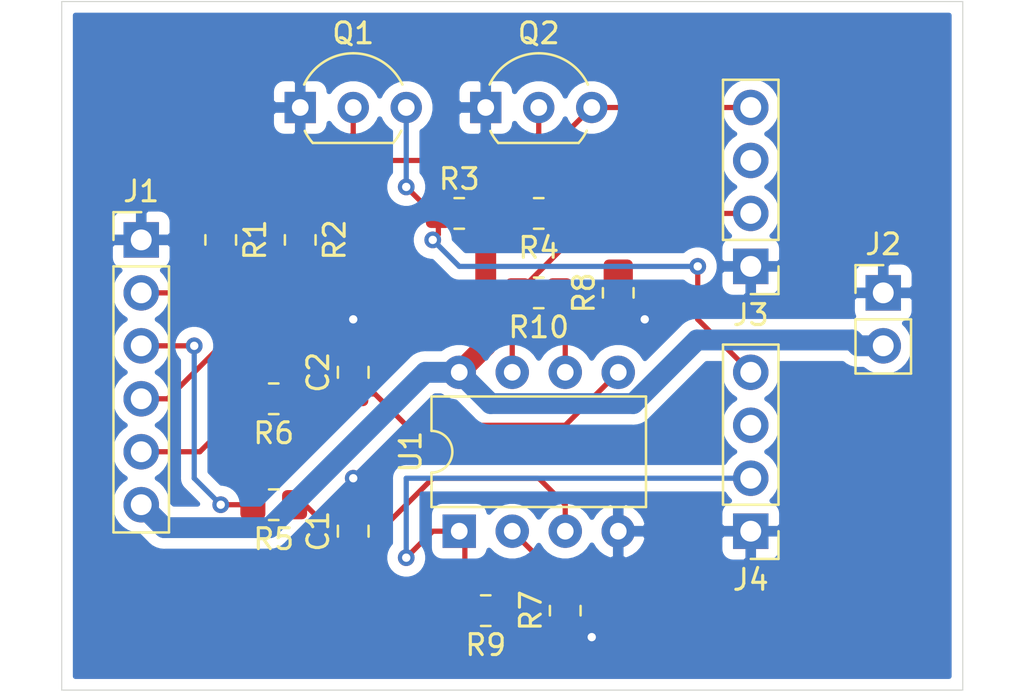
<source format=kicad_pcb>
(kicad_pcb (version 20171130) (host pcbnew "(5.1.7)-1")

  (general
    (thickness 1.6)
    (drawings 8)
    (tracks 99)
    (zones 0)
    (modules 19)
    (nets 17)
  )

  (page A4)
  (layers
    (0 F.Cu signal)
    (31 B.Cu signal)
    (32 B.Adhes user)
    (33 F.Adhes user)
    (34 B.Paste user)
    (35 F.Paste user)
    (36 B.SilkS user)
    (37 F.SilkS user)
    (38 B.Mask user)
    (39 F.Mask user)
    (40 Dwgs.User user)
    (41 Cmts.User user)
    (42 Eco1.User user)
    (43 Eco2.User user)
    (44 Edge.Cuts user)
    (45 Margin user)
    (46 B.CrtYd user)
    (47 F.CrtYd user)
    (48 B.Fab user)
    (49 F.Fab user)
  )

  (setup
    (last_trace_width 0.25)
    (trace_clearance 0.2)
    (zone_clearance 0.508)
    (zone_45_only no)
    (trace_min 0.2)
    (via_size 0.8)
    (via_drill 0.4)
    (via_min_size 0.4)
    (via_min_drill 0.3)
    (uvia_size 0.3)
    (uvia_drill 0.1)
    (uvias_allowed no)
    (uvia_min_size 0.2)
    (uvia_min_drill 0.1)
    (edge_width 0.05)
    (segment_width 0.2)
    (pcb_text_width 0.3)
    (pcb_text_size 1.5 1.5)
    (mod_edge_width 0.12)
    (mod_text_size 1 1)
    (mod_text_width 0.15)
    (pad_size 1.524 1.524)
    (pad_drill 0.762)
    (pad_to_mask_clearance 0)
    (aux_axis_origin 0 0)
    (grid_origin 35.56 163.83)
    (visible_elements 7FFFFFFF)
    (pcbplotparams
      (layerselection 0x010fc_ffffffff)
      (usegerberextensions false)
      (usegerberattributes true)
      (usegerberadvancedattributes true)
      (creategerberjobfile true)
      (excludeedgelayer true)
      (linewidth 0.100000)
      (plotframeref false)
      (viasonmask false)
      (mode 1)
      (useauxorigin false)
      (hpglpennumber 1)
      (hpglpenspeed 20)
      (hpglpendiameter 15.000000)
      (psnegative false)
      (psa4output false)
      (plotreference true)
      (plotvalue true)
      (plotinvisibletext false)
      (padsonsilk false)
      (subtractmaskfromsilk false)
      (outputformat 1)
      (mirror false)
      (drillshape 1)
      (scaleselection 1)
      (outputdirectory ""))
  )

  (net 0 "")
  (net 1 GND)
  (net 2 "Net-(C1-Pad1)")
  (net 3 "Net-(C2-Pad1)")
  (net 4 +12V)
  (net 5 L2_PWM)
  (net 6 L2OnOff3.3V)
  (net 7 L1_PWM)
  (net 8 L1OnOff3.3V)
  (net 9 L2OnOff12V)
  (net 10 L2_0-10_Analog)
  (net 11 L1_0-10_Analog)
  (net 12 "Net-(R7-Pad2)")
  (net 13 "Net-(R10-Pad1)")
  (net 14 "Net-(Q1-Pad2)")
  (net 15 "Net-(Q2-Pad2)")
  (net 16 L1OnOff12V)

  (net_class Default "This is the default net class."
    (clearance 0.2)
    (trace_width 0.25)
    (via_dia 0.8)
    (via_drill 0.4)
    (uvia_dia 0.3)
    (uvia_drill 0.1)
    (add_net GND)
    (add_net L1OnOff12V)
    (add_net L1OnOff3.3V)
    (add_net L1_0-10_Analog)
    (add_net L1_PWM)
    (add_net L2OnOff12V)
    (add_net L2OnOff3.3V)
    (add_net L2_0-10_Analog)
    (add_net L2_PWM)
    (add_net "Net-(C1-Pad1)")
    (add_net "Net-(C2-Pad1)")
    (add_net "Net-(Q1-Pad2)")
    (add_net "Net-(Q2-Pad2)")
    (add_net "Net-(R10-Pad1)")
    (add_net "Net-(R7-Pad2)")
  )

  (net_class "Higher Power" ""
    (clearance 0.2)
    (trace_width 1)
    (via_dia 0.8)
    (via_drill 0.4)
    (uvia_dia 0.3)
    (uvia_drill 0.1)
    (add_net +12V)
  )

  (module Package_TO_SOT_THT:TO-92L_Inline_Wide (layer F.Cu) (tedit 5A11996A) (tstamp 5FA22EF9)
    (at 55.88 135.89)
    (descr "TO-92L leads in-line (large body variant of TO-92), also known as TO-226, wide, drill 0.75mm (see https://www.diodes.com/assets/Package-Files/TO92L.pdf and http://www.ti.com/lit/an/snoa059/snoa059.pdf)")
    (tags "TO-92L Inline Wide transistor")
    (path /5FA19F11)
    (fp_text reference Q2 (at 2.54 -3.56) (layer F.SilkS)
      (effects (font (size 1 1) (thickness 0.15)))
    )
    (fp_text value Q_NPN_EBC (at 2.54 2.79) (layer F.Fab)
      (effects (font (size 1 1) (thickness 0.15)))
    )
    (fp_line (start 6.1 1.85) (end -1 1.85) (layer F.CrtYd) (width 0.05))
    (fp_line (start 6.1 1.85) (end 6.1 -2.75) (layer F.CrtYd) (width 0.05))
    (fp_line (start -1 -2.75) (end -1 1.85) (layer F.CrtYd) (width 0.05))
    (fp_line (start -1 -2.75) (end 6.1 -2.75) (layer F.CrtYd) (width 0.05))
    (fp_line (start 0.65 1.6) (end 4.4 1.6) (layer F.Fab) (width 0.1))
    (fp_line (start 0.6 1.7) (end 4.45 1.7) (layer F.SilkS) (width 0.12))
    (fp_arc (start 2.54 0) (end 4.45 1.7) (angle -15.88591585) (layer F.SilkS) (width 0.12))
    (fp_arc (start 2.54 0) (end 2.54 -2.48) (angle -130.2499344) (layer F.Fab) (width 0.1))
    (fp_arc (start 2.54 0) (end 2.54 -2.48) (angle 129.9527847) (layer F.Fab) (width 0.1))
    (fp_arc (start 2.54 0) (end 2.54 -2.6) (angle 65) (layer F.SilkS) (width 0.12))
    (fp_arc (start 2.54 0) (end 2.54 -2.6) (angle -65) (layer F.SilkS) (width 0.12))
    (fp_arc (start 2.54 0) (end 0.6 1.7) (angle 15.44288892) (layer F.SilkS) (width 0.12))
    (fp_text user %R (at 2.54 0) (layer F.Fab)
      (effects (font (size 1 1) (thickness 0.15)))
    )
    (pad 1 thru_hole rect (at 0 0) (size 1.5 1.5) (drill 0.8) (layers *.Cu *.Mask)
      (net 1 GND))
    (pad 3 thru_hole circle (at 5.08 0) (size 1.5 1.5) (drill 0.8) (layers *.Cu *.Mask)
      (net 9 L2OnOff12V))
    (pad 2 thru_hole circle (at 2.54 0) (size 1.5 1.5) (drill 0.8) (layers *.Cu *.Mask)
      (net 15 "Net-(Q2-Pad2)"))
    (model ${KISYS3DMOD}/Package_TO_SOT_THT.3dshapes/TO-92L_Inline_Wide.wrl
      (at (xyz 0 0 0))
      (scale (xyz 1 1 1))
      (rotate (xyz 0 0 0))
    )
  )

  (module Package_TO_SOT_THT:TO-92L_Inline_Wide (layer F.Cu) (tedit 5A11996A) (tstamp 5FA22E87)
    (at 46.99 135.89)
    (descr "TO-92L leads in-line (large body variant of TO-92), also known as TO-226, wide, drill 0.75mm (see https://www.diodes.com/assets/Package-Files/TO92L.pdf and http://www.ti.com/lit/an/snoa059/snoa059.pdf)")
    (tags "TO-92L Inline Wide transistor")
    (path /5FA1989F)
    (fp_text reference Q1 (at 2.54 -3.56) (layer F.SilkS)
      (effects (font (size 1 1) (thickness 0.15)))
    )
    (fp_text value Q_NPN_EBC (at 2.54 2.79) (layer F.Fab)
      (effects (font (size 1 1) (thickness 0.15)))
    )
    (fp_line (start 6.1 1.85) (end -1 1.85) (layer F.CrtYd) (width 0.05))
    (fp_line (start 6.1 1.85) (end 6.1 -2.75) (layer F.CrtYd) (width 0.05))
    (fp_line (start -1 -2.75) (end -1 1.85) (layer F.CrtYd) (width 0.05))
    (fp_line (start -1 -2.75) (end 6.1 -2.75) (layer F.CrtYd) (width 0.05))
    (fp_line (start 0.65 1.6) (end 4.4 1.6) (layer F.Fab) (width 0.1))
    (fp_line (start 0.6 1.7) (end 4.45 1.7) (layer F.SilkS) (width 0.12))
    (fp_arc (start 2.54 0) (end 4.45 1.7) (angle -15.88591585) (layer F.SilkS) (width 0.12))
    (fp_arc (start 2.54 0) (end 2.54 -2.48) (angle -130.2499344) (layer F.Fab) (width 0.1))
    (fp_arc (start 2.54 0) (end 2.54 -2.48) (angle 129.9527847) (layer F.Fab) (width 0.1))
    (fp_arc (start 2.54 0) (end 2.54 -2.6) (angle 65) (layer F.SilkS) (width 0.12))
    (fp_arc (start 2.54 0) (end 2.54 -2.6) (angle -65) (layer F.SilkS) (width 0.12))
    (fp_arc (start 2.54 0) (end 0.6 1.7) (angle 15.44288892) (layer F.SilkS) (width 0.12))
    (fp_text user %R (at 2.54 0) (layer F.Fab)
      (effects (font (size 1 1) (thickness 0.15)))
    )
    (pad 1 thru_hole rect (at 0 0) (size 1.5 1.5) (drill 0.8) (layers *.Cu *.Mask)
      (net 1 GND))
    (pad 3 thru_hole circle (at 5.08 0) (size 1.5 1.5) (drill 0.8) (layers *.Cu *.Mask)
      (net 16 L1OnOff12V))
    (pad 2 thru_hole circle (at 2.54 0) (size 1.5 1.5) (drill 0.8) (layers *.Cu *.Mask)
      (net 14 "Net-(Q1-Pad2)"))
    (model ${KISYS3DMOD}/Package_TO_SOT_THT.3dshapes/TO-92L_Inline_Wide.wrl
      (at (xyz 0 0 0))
      (scale (xyz 1 1 1))
      (rotate (xyz 0 0 0))
    )
  )

  (module Capacitor_SMD:C_0805_2012Metric_Pad1.18x1.45mm_HandSolder (layer F.Cu) (tedit 5F68FEEF) (tstamp 5FA231B3)
    (at 49.53 148.59 90)
    (descr "Capacitor SMD 0805 (2012 Metric), square (rectangular) end terminal, IPC_7351 nominal with elongated pad for handsoldering. (Body size source: IPC-SM-782 page 76, https://www.pcb-3d.com/wordpress/wp-content/uploads/ipc-sm-782a_amendment_1_and_2.pdf, https://docs.google.com/spreadsheets/d/1BsfQQcO9C6DZCsRaXUlFlo91Tg2WpOkGARC1WS5S8t0/edit?usp=sharing), generated with kicad-footprint-generator")
    (tags "capacitor handsolder")
    (path /5FA29E9C)
    (attr smd)
    (fp_text reference C2 (at 0 -1.68 90) (layer F.SilkS)
      (effects (font (size 1 1) (thickness 0.15)))
    )
    (fp_text value 1uF (at 0 1.68 90) (layer F.Fab)
      (effects (font (size 1 1) (thickness 0.15)))
    )
    (fp_line (start 1.88 0.98) (end -1.88 0.98) (layer F.CrtYd) (width 0.05))
    (fp_line (start 1.88 -0.98) (end 1.88 0.98) (layer F.CrtYd) (width 0.05))
    (fp_line (start -1.88 -0.98) (end 1.88 -0.98) (layer F.CrtYd) (width 0.05))
    (fp_line (start -1.88 0.98) (end -1.88 -0.98) (layer F.CrtYd) (width 0.05))
    (fp_line (start -0.261252 0.735) (end 0.261252 0.735) (layer F.SilkS) (width 0.12))
    (fp_line (start -0.261252 -0.735) (end 0.261252 -0.735) (layer F.SilkS) (width 0.12))
    (fp_line (start 1 0.625) (end -1 0.625) (layer F.Fab) (width 0.1))
    (fp_line (start 1 -0.625) (end 1 0.625) (layer F.Fab) (width 0.1))
    (fp_line (start -1 -0.625) (end 1 -0.625) (layer F.Fab) (width 0.1))
    (fp_line (start -1 0.625) (end -1 -0.625) (layer F.Fab) (width 0.1))
    (fp_text user %R (at 0 0 90) (layer F.Fab)
      (effects (font (size 0.5 0.5) (thickness 0.08)))
    )
    (pad 2 smd roundrect (at 1.0375 0 90) (size 1.175 1.45) (layers F.Cu F.Paste F.Mask) (roundrect_rratio 0.212766)
      (net 1 GND))
    (pad 1 smd roundrect (at -1.0375 0 90) (size 1.175 1.45) (layers F.Cu F.Paste F.Mask) (roundrect_rratio 0.212766)
      (net 3 "Net-(C2-Pad1)"))
    (model ${KISYS3DMOD}/Capacitor_SMD.3dshapes/C_0805_2012Metric.wrl
      (at (xyz 0 0 0))
      (scale (xyz 1 1 1))
      (rotate (xyz 0 0 0))
    )
  )

  (module Capacitor_SMD:C_0805_2012Metric_Pad1.18x1.45mm_HandSolder (layer F.Cu) (tedit 5F68FEEF) (tstamp 5FA2307F)
    (at 49.53 156.21 90)
    (descr "Capacitor SMD 0805 (2012 Metric), square (rectangular) end terminal, IPC_7351 nominal with elongated pad for handsoldering. (Body size source: IPC-SM-782 page 76, https://www.pcb-3d.com/wordpress/wp-content/uploads/ipc-sm-782a_amendment_1_and_2.pdf, https://docs.google.com/spreadsheets/d/1BsfQQcO9C6DZCsRaXUlFlo91Tg2WpOkGARC1WS5S8t0/edit?usp=sharing), generated with kicad-footprint-generator")
    (tags "capacitor handsolder")
    (path /5FA2884F)
    (attr smd)
    (fp_text reference C1 (at 0 -1.68 90) (layer F.SilkS)
      (effects (font (size 1 1) (thickness 0.15)))
    )
    (fp_text value 1uF (at 0 1.68 90) (layer F.Fab)
      (effects (font (size 1 1) (thickness 0.15)))
    )
    (fp_line (start 1.88 0.98) (end -1.88 0.98) (layer F.CrtYd) (width 0.05))
    (fp_line (start 1.88 -0.98) (end 1.88 0.98) (layer F.CrtYd) (width 0.05))
    (fp_line (start -1.88 -0.98) (end 1.88 -0.98) (layer F.CrtYd) (width 0.05))
    (fp_line (start -1.88 0.98) (end -1.88 -0.98) (layer F.CrtYd) (width 0.05))
    (fp_line (start -0.261252 0.735) (end 0.261252 0.735) (layer F.SilkS) (width 0.12))
    (fp_line (start -0.261252 -0.735) (end 0.261252 -0.735) (layer F.SilkS) (width 0.12))
    (fp_line (start 1 0.625) (end -1 0.625) (layer F.Fab) (width 0.1))
    (fp_line (start 1 -0.625) (end 1 0.625) (layer F.Fab) (width 0.1))
    (fp_line (start -1 -0.625) (end 1 -0.625) (layer F.Fab) (width 0.1))
    (fp_line (start -1 0.625) (end -1 -0.625) (layer F.Fab) (width 0.1))
    (fp_text user %R (at 0 0 90) (layer F.Fab)
      (effects (font (size 0.5 0.5) (thickness 0.08)))
    )
    (pad 2 smd roundrect (at 1.0375 0 90) (size 1.175 1.45) (layers F.Cu F.Paste F.Mask) (roundrect_rratio 0.212766)
      (net 1 GND))
    (pad 1 smd roundrect (at -1.0375 0 90) (size 1.175 1.45) (layers F.Cu F.Paste F.Mask) (roundrect_rratio 0.212766)
      (net 2 "Net-(C1-Pad1)"))
    (model ${KISYS3DMOD}/Capacitor_SMD.3dshapes/C_0805_2012Metric.wrl
      (at (xyz 0 0 0))
      (scale (xyz 1 1 1))
      (rotate (xyz 0 0 0))
    )
  )

  (module Package_DIP:DIP-8_W7.62mm (layer F.Cu) (tedit 5A02E8C5) (tstamp 5FA23FA8)
    (at 54.61 156.21 90)
    (descr "8-lead though-hole mounted DIP package, row spacing 7.62 mm (300 mils)")
    (tags "THT DIP DIL PDIP 2.54mm 7.62mm 300mil")
    (path /5FA22963)
    (fp_text reference U1 (at 3.81 -2.33 90) (layer F.SilkS)
      (effects (font (size 1 1) (thickness 0.15)))
    )
    (fp_text value LM358 (at 3.81 9.95 90) (layer F.Fab)
      (effects (font (size 1 1) (thickness 0.15)))
    )
    (fp_line (start 8.7 -1.55) (end -1.1 -1.55) (layer F.CrtYd) (width 0.05))
    (fp_line (start 8.7 9.15) (end 8.7 -1.55) (layer F.CrtYd) (width 0.05))
    (fp_line (start -1.1 9.15) (end 8.7 9.15) (layer F.CrtYd) (width 0.05))
    (fp_line (start -1.1 -1.55) (end -1.1 9.15) (layer F.CrtYd) (width 0.05))
    (fp_line (start 6.46 -1.33) (end 4.81 -1.33) (layer F.SilkS) (width 0.12))
    (fp_line (start 6.46 8.95) (end 6.46 -1.33) (layer F.SilkS) (width 0.12))
    (fp_line (start 1.16 8.95) (end 6.46 8.95) (layer F.SilkS) (width 0.12))
    (fp_line (start 1.16 -1.33) (end 1.16 8.95) (layer F.SilkS) (width 0.12))
    (fp_line (start 2.81 -1.33) (end 1.16 -1.33) (layer F.SilkS) (width 0.12))
    (fp_line (start 0.635 -0.27) (end 1.635 -1.27) (layer F.Fab) (width 0.1))
    (fp_line (start 0.635 8.89) (end 0.635 -0.27) (layer F.Fab) (width 0.1))
    (fp_line (start 6.985 8.89) (end 0.635 8.89) (layer F.Fab) (width 0.1))
    (fp_line (start 6.985 -1.27) (end 6.985 8.89) (layer F.Fab) (width 0.1))
    (fp_line (start 1.635 -1.27) (end 6.985 -1.27) (layer F.Fab) (width 0.1))
    (fp_text user %R (at -2.54 0 90) (layer F.Fab)
      (effects (font (size 1 1) (thickness 0.15)))
    )
    (fp_arc (start 3.81 -1.33) (end 2.81 -1.33) (angle -180) (layer F.SilkS) (width 0.12))
    (pad 8 thru_hole oval (at 7.62 0 90) (size 1.6 1.6) (drill 0.8) (layers *.Cu *.Mask)
      (net 4 +12V))
    (pad 4 thru_hole oval (at 0 7.62 90) (size 1.6 1.6) (drill 0.8) (layers *.Cu *.Mask)
      (net 1 GND))
    (pad 7 thru_hole oval (at 7.62 2.54 90) (size 1.6 1.6) (drill 0.8) (layers *.Cu *.Mask)
      (net 10 L2_0-10_Analog))
    (pad 3 thru_hole oval (at 0 5.08 90) (size 1.6 1.6) (drill 0.8) (layers *.Cu *.Mask)
      (net 2 "Net-(C1-Pad1)"))
    (pad 6 thru_hole oval (at 7.62 5.08 90) (size 1.6 1.6) (drill 0.8) (layers *.Cu *.Mask)
      (net 13 "Net-(R10-Pad1)"))
    (pad 2 thru_hole oval (at 0 2.54 90) (size 1.6 1.6) (drill 0.8) (layers *.Cu *.Mask)
      (net 12 "Net-(R7-Pad2)"))
    (pad 5 thru_hole oval (at 7.62 7.62 90) (size 1.6 1.6) (drill 0.8) (layers *.Cu *.Mask)
      (net 3 "Net-(C2-Pad1)"))
    (pad 1 thru_hole rect (at 0 0 90) (size 1.6 1.6) (drill 0.8) (layers *.Cu *.Mask)
      (net 11 L1_0-10_Analog))
    (model ${KISYS3DMOD}/Package_DIP.3dshapes/DIP-8_W7.62mm.wrl
      (at (xyz 0 0 0))
      (scale (xyz 1 1 1))
      (rotate (xyz 0 0 0))
    )
  )

  (module Resistor_SMD:R_0805_2012Metric_Pad1.20x1.40mm_HandSolder (layer F.Cu) (tedit 5F68FEEE) (tstamp 5FA207F5)
    (at 58.42 144.78 180)
    (descr "Resistor SMD 0805 (2012 Metric), square (rectangular) end terminal, IPC_7351 nominal with elongated pad for handsoldering. (Body size source: IPC-SM-782 page 72, https://www.pcb-3d.com/wordpress/wp-content/uploads/ipc-sm-782a_amendment_1_and_2.pdf), generated with kicad-footprint-generator")
    (tags "resistor handsolder")
    (path /5FA2DCB5)
    (attr smd)
    (fp_text reference R10 (at 0 -1.65) (layer F.SilkS)
      (effects (font (size 1 1) (thickness 0.15)))
    )
    (fp_text value 2.2k (at 0 1.65) (layer F.Fab)
      (effects (font (size 1 1) (thickness 0.15)))
    )
    (fp_line (start 1.85 0.95) (end -1.85 0.95) (layer F.CrtYd) (width 0.05))
    (fp_line (start 1.85 -0.95) (end 1.85 0.95) (layer F.CrtYd) (width 0.05))
    (fp_line (start -1.85 -0.95) (end 1.85 -0.95) (layer F.CrtYd) (width 0.05))
    (fp_line (start -1.85 0.95) (end -1.85 -0.95) (layer F.CrtYd) (width 0.05))
    (fp_line (start -0.227064 0.735) (end 0.227064 0.735) (layer F.SilkS) (width 0.12))
    (fp_line (start -0.227064 -0.735) (end 0.227064 -0.735) (layer F.SilkS) (width 0.12))
    (fp_line (start 1 0.625) (end -1 0.625) (layer F.Fab) (width 0.1))
    (fp_line (start 1 -0.625) (end 1 0.625) (layer F.Fab) (width 0.1))
    (fp_line (start -1 -0.625) (end 1 -0.625) (layer F.Fab) (width 0.1))
    (fp_line (start -1 0.625) (end -1 -0.625) (layer F.Fab) (width 0.1))
    (fp_text user %R (at 0 0) (layer F.Fab)
      (effects (font (size 0.5 0.5) (thickness 0.08)))
    )
    (pad 2 smd roundrect (at 1 0 180) (size 1.2 1.4) (layers F.Cu F.Paste F.Mask) (roundrect_rratio 0.208333)
      (net 10 L2_0-10_Analog))
    (pad 1 smd roundrect (at -1 0 180) (size 1.2 1.4) (layers F.Cu F.Paste F.Mask) (roundrect_rratio 0.208333)
      (net 13 "Net-(R10-Pad1)"))
    (model ${KISYS3DMOD}/Resistor_SMD.3dshapes/R_0805_2012Metric.wrl
      (at (xyz 0 0 0))
      (scale (xyz 1 1 1))
      (rotate (xyz 0 0 0))
    )
  )

  (module Resistor_SMD:R_0805_2012Metric_Pad1.20x1.40mm_HandSolder (layer F.Cu) (tedit 5F68FEEE) (tstamp 5FA207E4)
    (at 55.88 160.02 180)
    (descr "Resistor SMD 0805 (2012 Metric), square (rectangular) end terminal, IPC_7351 nominal with elongated pad for handsoldering. (Body size source: IPC-SM-782 page 72, https://www.pcb-3d.com/wordpress/wp-content/uploads/ipc-sm-782a_amendment_1_and_2.pdf), generated with kicad-footprint-generator")
    (tags "resistor handsolder")
    (path /5FA3558D)
    (attr smd)
    (fp_text reference R9 (at 0 -1.65) (layer F.SilkS)
      (effects (font (size 1 1) (thickness 0.15)))
    )
    (fp_text value 2.2k (at 0 1.65) (layer F.Fab)
      (effects (font (size 1 1) (thickness 0.15)))
    )
    (fp_line (start 1.85 0.95) (end -1.85 0.95) (layer F.CrtYd) (width 0.05))
    (fp_line (start 1.85 -0.95) (end 1.85 0.95) (layer F.CrtYd) (width 0.05))
    (fp_line (start -1.85 -0.95) (end 1.85 -0.95) (layer F.CrtYd) (width 0.05))
    (fp_line (start -1.85 0.95) (end -1.85 -0.95) (layer F.CrtYd) (width 0.05))
    (fp_line (start -0.227064 0.735) (end 0.227064 0.735) (layer F.SilkS) (width 0.12))
    (fp_line (start -0.227064 -0.735) (end 0.227064 -0.735) (layer F.SilkS) (width 0.12))
    (fp_line (start 1 0.625) (end -1 0.625) (layer F.Fab) (width 0.1))
    (fp_line (start 1 -0.625) (end 1 0.625) (layer F.Fab) (width 0.1))
    (fp_line (start -1 -0.625) (end 1 -0.625) (layer F.Fab) (width 0.1))
    (fp_line (start -1 0.625) (end -1 -0.625) (layer F.Fab) (width 0.1))
    (fp_text user %R (at 0 0) (layer F.Fab)
      (effects (font (size 0.5 0.5) (thickness 0.08)))
    )
    (pad 2 smd roundrect (at 1 0 180) (size 1.2 1.4) (layers F.Cu F.Paste F.Mask) (roundrect_rratio 0.208333)
      (net 11 L1_0-10_Analog))
    (pad 1 smd roundrect (at -1 0 180) (size 1.2 1.4) (layers F.Cu F.Paste F.Mask) (roundrect_rratio 0.208333)
      (net 12 "Net-(R7-Pad2)"))
    (model ${KISYS3DMOD}/Resistor_SMD.3dshapes/R_0805_2012Metric.wrl
      (at (xyz 0 0 0))
      (scale (xyz 1 1 1))
      (rotate (xyz 0 0 0))
    )
  )

  (module Resistor_SMD:R_0805_2012Metric_Pad1.20x1.40mm_HandSolder (layer F.Cu) (tedit 5F68FEEE) (tstamp 5FA23206)
    (at 62.23 144.78 90)
    (descr "Resistor SMD 0805 (2012 Metric), square (rectangular) end terminal, IPC_7351 nominal with elongated pad for handsoldering. (Body size source: IPC-SM-782 page 72, https://www.pcb-3d.com/wordpress/wp-content/uploads/ipc-sm-782a_amendment_1_and_2.pdf), generated with kicad-footprint-generator")
    (tags "resistor handsolder")
    (path /5FA2CA22)
    (attr smd)
    (fp_text reference R8 (at 0 -1.65 90) (layer F.SilkS)
      (effects (font (size 1 1) (thickness 0.15)))
    )
    (fp_text value 1k (at 0 1.65 90) (layer F.Fab)
      (effects (font (size 1 1) (thickness 0.15)))
    )
    (fp_line (start 1.85 0.95) (end -1.85 0.95) (layer F.CrtYd) (width 0.05))
    (fp_line (start 1.85 -0.95) (end 1.85 0.95) (layer F.CrtYd) (width 0.05))
    (fp_line (start -1.85 -0.95) (end 1.85 -0.95) (layer F.CrtYd) (width 0.05))
    (fp_line (start -1.85 0.95) (end -1.85 -0.95) (layer F.CrtYd) (width 0.05))
    (fp_line (start -0.227064 0.735) (end 0.227064 0.735) (layer F.SilkS) (width 0.12))
    (fp_line (start -0.227064 -0.735) (end 0.227064 -0.735) (layer F.SilkS) (width 0.12))
    (fp_line (start 1 0.625) (end -1 0.625) (layer F.Fab) (width 0.1))
    (fp_line (start 1 -0.625) (end 1 0.625) (layer F.Fab) (width 0.1))
    (fp_line (start -1 -0.625) (end 1 -0.625) (layer F.Fab) (width 0.1))
    (fp_line (start -1 0.625) (end -1 -0.625) (layer F.Fab) (width 0.1))
    (fp_text user %R (at 0 0 90) (layer F.Fab)
      (effects (font (size 0.5 0.5) (thickness 0.08)))
    )
    (pad 2 smd roundrect (at 1 0 90) (size 1.2 1.4) (layers F.Cu F.Paste F.Mask) (roundrect_rratio 0.208333)
      (net 13 "Net-(R10-Pad1)"))
    (pad 1 smd roundrect (at -1 0 90) (size 1.2 1.4) (layers F.Cu F.Paste F.Mask) (roundrect_rratio 0.208333)
      (net 1 GND))
    (model ${KISYS3DMOD}/Resistor_SMD.3dshapes/R_0805_2012Metric.wrl
      (at (xyz 0 0 0))
      (scale (xyz 1 1 1))
      (rotate (xyz 0 0 0))
    )
  )

  (module Resistor_SMD:R_0805_2012Metric_Pad1.20x1.40mm_HandSolder (layer F.Cu) (tedit 5F68FEEE) (tstamp 5FA23693)
    (at 59.69 160.02 90)
    (descr "Resistor SMD 0805 (2012 Metric), square (rectangular) end terminal, IPC_7351 nominal with elongated pad for handsoldering. (Body size source: IPC-SM-782 page 72, https://www.pcb-3d.com/wordpress/wp-content/uploads/ipc-sm-782a_amendment_1_and_2.pdf), generated with kicad-footprint-generator")
    (tags "resistor handsolder")
    (path /5FA35054)
    (attr smd)
    (fp_text reference R7 (at 0 -1.65 90) (layer F.SilkS)
      (effects (font (size 1 1) (thickness 0.15)))
    )
    (fp_text value 1k (at 0 1.65 90) (layer F.Fab)
      (effects (font (size 1 1) (thickness 0.15)))
    )
    (fp_line (start 1.85 0.95) (end -1.85 0.95) (layer F.CrtYd) (width 0.05))
    (fp_line (start 1.85 -0.95) (end 1.85 0.95) (layer F.CrtYd) (width 0.05))
    (fp_line (start -1.85 -0.95) (end 1.85 -0.95) (layer F.CrtYd) (width 0.05))
    (fp_line (start -1.85 0.95) (end -1.85 -0.95) (layer F.CrtYd) (width 0.05))
    (fp_line (start -0.227064 0.735) (end 0.227064 0.735) (layer F.SilkS) (width 0.12))
    (fp_line (start -0.227064 -0.735) (end 0.227064 -0.735) (layer F.SilkS) (width 0.12))
    (fp_line (start 1 0.625) (end -1 0.625) (layer F.Fab) (width 0.1))
    (fp_line (start 1 -0.625) (end 1 0.625) (layer F.Fab) (width 0.1))
    (fp_line (start -1 -0.625) (end 1 -0.625) (layer F.Fab) (width 0.1))
    (fp_line (start -1 0.625) (end -1 -0.625) (layer F.Fab) (width 0.1))
    (fp_text user %R (at 0 0 90) (layer F.Fab)
      (effects (font (size 0.5 0.5) (thickness 0.08)))
    )
    (pad 2 smd roundrect (at 1 0 90) (size 1.2 1.4) (layers F.Cu F.Paste F.Mask) (roundrect_rratio 0.208333)
      (net 12 "Net-(R7-Pad2)"))
    (pad 1 smd roundrect (at -1 0 90) (size 1.2 1.4) (layers F.Cu F.Paste F.Mask) (roundrect_rratio 0.208333)
      (net 1 GND))
    (model ${KISYS3DMOD}/Resistor_SMD.3dshapes/R_0805_2012Metric.wrl
      (at (xyz 0 0 0))
      (scale (xyz 1 1 1))
      (rotate (xyz 0 0 0))
    )
  )

  (module Resistor_SMD:R_0805_2012Metric_Pad1.20x1.40mm_HandSolder (layer F.Cu) (tedit 5F68FEEE) (tstamp 5FA207B1)
    (at 45.72 149.86 180)
    (descr "Resistor SMD 0805 (2012 Metric), square (rectangular) end terminal, IPC_7351 nominal with elongated pad for handsoldering. (Body size source: IPC-SM-782 page 72, https://www.pcb-3d.com/wordpress/wp-content/uploads/ipc-sm-782a_amendment_1_and_2.pdf), generated with kicad-footprint-generator")
    (tags "resistor handsolder")
    (path /5FA2B88B)
    (attr smd)
    (fp_text reference R6 (at 0 -1.65) (layer F.SilkS)
      (effects (font (size 1 1) (thickness 0.15)))
    )
    (fp_text value 100k (at 0 1.65) (layer F.Fab)
      (effects (font (size 1 1) (thickness 0.15)))
    )
    (fp_line (start 1.85 0.95) (end -1.85 0.95) (layer F.CrtYd) (width 0.05))
    (fp_line (start 1.85 -0.95) (end 1.85 0.95) (layer F.CrtYd) (width 0.05))
    (fp_line (start -1.85 -0.95) (end 1.85 -0.95) (layer F.CrtYd) (width 0.05))
    (fp_line (start -1.85 0.95) (end -1.85 -0.95) (layer F.CrtYd) (width 0.05))
    (fp_line (start -0.227064 0.735) (end 0.227064 0.735) (layer F.SilkS) (width 0.12))
    (fp_line (start -0.227064 -0.735) (end 0.227064 -0.735) (layer F.SilkS) (width 0.12))
    (fp_line (start 1 0.625) (end -1 0.625) (layer F.Fab) (width 0.1))
    (fp_line (start 1 -0.625) (end 1 0.625) (layer F.Fab) (width 0.1))
    (fp_line (start -1 -0.625) (end 1 -0.625) (layer F.Fab) (width 0.1))
    (fp_line (start -1 0.625) (end -1 -0.625) (layer F.Fab) (width 0.1))
    (fp_text user %R (at 0 0) (layer F.Fab)
      (effects (font (size 0.5 0.5) (thickness 0.08)))
    )
    (pad 2 smd roundrect (at 1 0 180) (size 1.2 1.4) (layers F.Cu F.Paste F.Mask) (roundrect_rratio 0.208333)
      (net 5 L2_PWM))
    (pad 1 smd roundrect (at -1 0 180) (size 1.2 1.4) (layers F.Cu F.Paste F.Mask) (roundrect_rratio 0.208333)
      (net 3 "Net-(C2-Pad1)"))
    (model ${KISYS3DMOD}/Resistor_SMD.3dshapes/R_0805_2012Metric.wrl
      (at (xyz 0 0 0))
      (scale (xyz 1 1 1))
      (rotate (xyz 0 0 0))
    )
  )

  (module Resistor_SMD:R_0805_2012Metric_Pad1.20x1.40mm_HandSolder (layer F.Cu) (tedit 5F68FEEE) (tstamp 5FA207A0)
    (at 45.72 154.94 180)
    (descr "Resistor SMD 0805 (2012 Metric), square (rectangular) end terminal, IPC_7351 nominal with elongated pad for handsoldering. (Body size source: IPC-SM-782 page 72, https://www.pcb-3d.com/wordpress/wp-content/uploads/ipc-sm-782a_amendment_1_and_2.pdf), generated with kicad-footprint-generator")
    (tags "resistor handsolder")
    (path /5FA2AB90)
    (attr smd)
    (fp_text reference R5 (at 0 -1.65) (layer F.SilkS)
      (effects (font (size 1 1) (thickness 0.15)))
    )
    (fp_text value 100K (at 0 1.65) (layer F.Fab)
      (effects (font (size 1 1) (thickness 0.15)))
    )
    (fp_line (start 1.85 0.95) (end -1.85 0.95) (layer F.CrtYd) (width 0.05))
    (fp_line (start 1.85 -0.95) (end 1.85 0.95) (layer F.CrtYd) (width 0.05))
    (fp_line (start -1.85 -0.95) (end 1.85 -0.95) (layer F.CrtYd) (width 0.05))
    (fp_line (start -1.85 0.95) (end -1.85 -0.95) (layer F.CrtYd) (width 0.05))
    (fp_line (start -0.227064 0.735) (end 0.227064 0.735) (layer F.SilkS) (width 0.12))
    (fp_line (start -0.227064 -0.735) (end 0.227064 -0.735) (layer F.SilkS) (width 0.12))
    (fp_line (start 1 0.625) (end -1 0.625) (layer F.Fab) (width 0.1))
    (fp_line (start 1 -0.625) (end 1 0.625) (layer F.Fab) (width 0.1))
    (fp_line (start -1 -0.625) (end 1 -0.625) (layer F.Fab) (width 0.1))
    (fp_line (start -1 0.625) (end -1 -0.625) (layer F.Fab) (width 0.1))
    (fp_text user %R (at 0 0) (layer F.Fab)
      (effects (font (size 0.5 0.5) (thickness 0.08)))
    )
    (pad 2 smd roundrect (at 1 0 180) (size 1.2 1.4) (layers F.Cu F.Paste F.Mask) (roundrect_rratio 0.208333)
      (net 7 L1_PWM))
    (pad 1 smd roundrect (at -1 0 180) (size 1.2 1.4) (layers F.Cu F.Paste F.Mask) (roundrect_rratio 0.208333)
      (net 2 "Net-(C1-Pad1)"))
    (model ${KISYS3DMOD}/Resistor_SMD.3dshapes/R_0805_2012Metric.wrl
      (at (xyz 0 0 0))
      (scale (xyz 1 1 1))
      (rotate (xyz 0 0 0))
    )
  )

  (module Resistor_SMD:R_0805_2012Metric_Pad1.20x1.40mm_HandSolder (layer F.Cu) (tedit 5F68FEEE) (tstamp 5FA2078F)
    (at 58.42 140.97 180)
    (descr "Resistor SMD 0805 (2012 Metric), square (rectangular) end terminal, IPC_7351 nominal with elongated pad for handsoldering. (Body size source: IPC-SM-782 page 72, https://www.pcb-3d.com/wordpress/wp-content/uploads/ipc-sm-782a_amendment_1_and_2.pdf), generated with kicad-footprint-generator")
    (tags "resistor handsolder")
    (path /5FA1F9C9)
    (attr smd)
    (fp_text reference R4 (at 0 -1.65) (layer F.SilkS)
      (effects (font (size 1 1) (thickness 0.15)))
    )
    (fp_text value 8k (at 0 1.65) (layer F.Fab)
      (effects (font (size 1 1) (thickness 0.15)))
    )
    (fp_line (start 1.85 0.95) (end -1.85 0.95) (layer F.CrtYd) (width 0.05))
    (fp_line (start 1.85 -0.95) (end 1.85 0.95) (layer F.CrtYd) (width 0.05))
    (fp_line (start -1.85 -0.95) (end 1.85 -0.95) (layer F.CrtYd) (width 0.05))
    (fp_line (start -1.85 0.95) (end -1.85 -0.95) (layer F.CrtYd) (width 0.05))
    (fp_line (start -0.227064 0.735) (end 0.227064 0.735) (layer F.SilkS) (width 0.12))
    (fp_line (start -0.227064 -0.735) (end 0.227064 -0.735) (layer F.SilkS) (width 0.12))
    (fp_line (start 1 0.625) (end -1 0.625) (layer F.Fab) (width 0.1))
    (fp_line (start 1 -0.625) (end 1 0.625) (layer F.Fab) (width 0.1))
    (fp_line (start -1 -0.625) (end 1 -0.625) (layer F.Fab) (width 0.1))
    (fp_line (start -1 0.625) (end -1 -0.625) (layer F.Fab) (width 0.1))
    (fp_text user %R (at 0 0) (layer F.Fab)
      (effects (font (size 0.5 0.5) (thickness 0.08)))
    )
    (pad 2 smd roundrect (at 1 0 180) (size 1.2 1.4) (layers F.Cu F.Paste F.Mask) (roundrect_rratio 0.208333)
      (net 4 +12V))
    (pad 1 smd roundrect (at -1 0 180) (size 1.2 1.4) (layers F.Cu F.Paste F.Mask) (roundrect_rratio 0.208333)
      (net 9 L2OnOff12V))
    (model ${KISYS3DMOD}/Resistor_SMD.3dshapes/R_0805_2012Metric.wrl
      (at (xyz 0 0 0))
      (scale (xyz 1 1 1))
      (rotate (xyz 0 0 0))
    )
  )

  (module Resistor_SMD:R_0805_2012Metric_Pad1.20x1.40mm_HandSolder (layer F.Cu) (tedit 5F68FEEE) (tstamp 5FA2300A)
    (at 54.61 140.97)
    (descr "Resistor SMD 0805 (2012 Metric), square (rectangular) end terminal, IPC_7351 nominal with elongated pad for handsoldering. (Body size source: IPC-SM-782 page 72, https://www.pcb-3d.com/wordpress/wp-content/uploads/ipc-sm-782a_amendment_1_and_2.pdf), generated with kicad-footprint-generator")
    (tags "resistor handsolder")
    (path /5FA6A660)
    (attr smd)
    (fp_text reference R3 (at 0 -1.65) (layer F.SilkS)
      (effects (font (size 1 1) (thickness 0.15)))
    )
    (fp_text value 8k (at 0 1.65) (layer F.Fab)
      (effects (font (size 1 1) (thickness 0.15)))
    )
    (fp_line (start 1.85 0.95) (end -1.85 0.95) (layer F.CrtYd) (width 0.05))
    (fp_line (start 1.85 -0.95) (end 1.85 0.95) (layer F.CrtYd) (width 0.05))
    (fp_line (start -1.85 -0.95) (end 1.85 -0.95) (layer F.CrtYd) (width 0.05))
    (fp_line (start -1.85 0.95) (end -1.85 -0.95) (layer F.CrtYd) (width 0.05))
    (fp_line (start -0.227064 0.735) (end 0.227064 0.735) (layer F.SilkS) (width 0.12))
    (fp_line (start -0.227064 -0.735) (end 0.227064 -0.735) (layer F.SilkS) (width 0.12))
    (fp_line (start 1 0.625) (end -1 0.625) (layer F.Fab) (width 0.1))
    (fp_line (start 1 -0.625) (end 1 0.625) (layer F.Fab) (width 0.1))
    (fp_line (start -1 -0.625) (end 1 -0.625) (layer F.Fab) (width 0.1))
    (fp_line (start -1 0.625) (end -1 -0.625) (layer F.Fab) (width 0.1))
    (fp_text user %R (at 0 0) (layer F.Fab)
      (effects (font (size 0.5 0.5) (thickness 0.08)))
    )
    (pad 2 smd roundrect (at 1 0) (size 1.2 1.4) (layers F.Cu F.Paste F.Mask) (roundrect_rratio 0.208333)
      (net 4 +12V))
    (pad 1 smd roundrect (at -1 0) (size 1.2 1.4) (layers F.Cu F.Paste F.Mask) (roundrect_rratio 0.208333)
      (net 16 L1OnOff12V))
    (model ${KISYS3DMOD}/Resistor_SMD.3dshapes/R_0805_2012Metric.wrl
      (at (xyz 0 0 0))
      (scale (xyz 1 1 1))
      (rotate (xyz 0 0 0))
    )
  )

  (module Resistor_SMD:R_0805_2012Metric_Pad1.20x1.40mm_HandSolder (layer F.Cu) (tedit 5F68FEEE) (tstamp 5FA22D1C)
    (at 46.99 142.24 270)
    (descr "Resistor SMD 0805 (2012 Metric), square (rectangular) end terminal, IPC_7351 nominal with elongated pad for handsoldering. (Body size source: IPC-SM-782 page 72, https://www.pcb-3d.com/wordpress/wp-content/uploads/ipc-sm-782a_amendment_1_and_2.pdf), generated with kicad-footprint-generator")
    (tags "resistor handsolder")
    (path /5FA1C072)
    (attr smd)
    (fp_text reference R2 (at 0 -1.65 90) (layer F.SilkS)
      (effects (font (size 1 1) (thickness 0.15)))
    )
    (fp_text value 3000 (at 0 1.65 90) (layer F.Fab)
      (effects (font (size 1 1) (thickness 0.15)))
    )
    (fp_line (start 1.85 0.95) (end -1.85 0.95) (layer F.CrtYd) (width 0.05))
    (fp_line (start 1.85 -0.95) (end 1.85 0.95) (layer F.CrtYd) (width 0.05))
    (fp_line (start -1.85 -0.95) (end 1.85 -0.95) (layer F.CrtYd) (width 0.05))
    (fp_line (start -1.85 0.95) (end -1.85 -0.95) (layer F.CrtYd) (width 0.05))
    (fp_line (start -0.227064 0.735) (end 0.227064 0.735) (layer F.SilkS) (width 0.12))
    (fp_line (start -0.227064 -0.735) (end 0.227064 -0.735) (layer F.SilkS) (width 0.12))
    (fp_line (start 1 0.625) (end -1 0.625) (layer F.Fab) (width 0.1))
    (fp_line (start 1 -0.625) (end 1 0.625) (layer F.Fab) (width 0.1))
    (fp_line (start -1 -0.625) (end 1 -0.625) (layer F.Fab) (width 0.1))
    (fp_line (start -1 0.625) (end -1 -0.625) (layer F.Fab) (width 0.1))
    (fp_text user %R (at 0 0 90) (layer F.Fab)
      (effects (font (size 0.5 0.5) (thickness 0.08)))
    )
    (pad 2 smd roundrect (at 1 0 270) (size 1.2 1.4) (layers F.Cu F.Paste F.Mask) (roundrect_rratio 0.208333)
      (net 6 L2OnOff3.3V))
    (pad 1 smd roundrect (at -1 0 270) (size 1.2 1.4) (layers F.Cu F.Paste F.Mask) (roundrect_rratio 0.208333)
      (net 15 "Net-(Q2-Pad2)"))
    (model ${KISYS3DMOD}/Resistor_SMD.3dshapes/R_0805_2012Metric.wrl
      (at (xyz 0 0 0))
      (scale (xyz 1 1 1))
      (rotate (xyz 0 0 0))
    )
  )

  (module Resistor_SMD:R_0805_2012Metric_Pad1.20x1.40mm_HandSolder (layer F.Cu) (tedit 5F68FEEE) (tstamp 5FA2075C)
    (at 43.18 142.24 270)
    (descr "Resistor SMD 0805 (2012 Metric), square (rectangular) end terminal, IPC_7351 nominal with elongated pad for handsoldering. (Body size source: IPC-SM-782 page 72, https://www.pcb-3d.com/wordpress/wp-content/uploads/ipc-sm-782a_amendment_1_and_2.pdf), generated with kicad-footprint-generator")
    (tags "resistor handsolder")
    (path /5FA1CCD2)
    (attr smd)
    (fp_text reference R1 (at 0 -1.65 90) (layer F.SilkS)
      (effects (font (size 1 1) (thickness 0.15)))
    )
    (fp_text value 3000 (at 0 1.65 90) (layer F.Fab)
      (effects (font (size 1 1) (thickness 0.15)))
    )
    (fp_line (start 1.85 0.95) (end -1.85 0.95) (layer F.CrtYd) (width 0.05))
    (fp_line (start 1.85 -0.95) (end 1.85 0.95) (layer F.CrtYd) (width 0.05))
    (fp_line (start -1.85 -0.95) (end 1.85 -0.95) (layer F.CrtYd) (width 0.05))
    (fp_line (start -1.85 0.95) (end -1.85 -0.95) (layer F.CrtYd) (width 0.05))
    (fp_line (start -0.227064 0.735) (end 0.227064 0.735) (layer F.SilkS) (width 0.12))
    (fp_line (start -0.227064 -0.735) (end 0.227064 -0.735) (layer F.SilkS) (width 0.12))
    (fp_line (start 1 0.625) (end -1 0.625) (layer F.Fab) (width 0.1))
    (fp_line (start 1 -0.625) (end 1 0.625) (layer F.Fab) (width 0.1))
    (fp_line (start -1 -0.625) (end 1 -0.625) (layer F.Fab) (width 0.1))
    (fp_line (start -1 0.625) (end -1 -0.625) (layer F.Fab) (width 0.1))
    (fp_text user %R (at 0 0 90) (layer F.Fab)
      (effects (font (size 0.5 0.5) (thickness 0.08)))
    )
    (pad 2 smd roundrect (at 1 0 270) (size 1.2 1.4) (layers F.Cu F.Paste F.Mask) (roundrect_rratio 0.208333)
      (net 8 L1OnOff3.3V))
    (pad 1 smd roundrect (at -1 0 270) (size 1.2 1.4) (layers F.Cu F.Paste F.Mask) (roundrect_rratio 0.208333)
      (net 14 "Net-(Q1-Pad2)"))
    (model ${KISYS3DMOD}/Resistor_SMD.3dshapes/R_0805_2012Metric.wrl
      (at (xyz 0 0 0))
      (scale (xyz 1 1 1))
      (rotate (xyz 0 0 0))
    )
  )

  (module Connector_PinHeader_2.54mm:PinHeader_1x04_P2.54mm_Vertical (layer F.Cu) (tedit 59FED5CC) (tstamp 5FA2070B)
    (at 68.58 156.21 180)
    (descr "Through hole straight pin header, 1x04, 2.54mm pitch, single row")
    (tags "Through hole pin header THT 1x04 2.54mm single row")
    (path /5FA471E8)
    (fp_text reference J4 (at 0 -2.33) (layer F.SilkS)
      (effects (font (size 1 1) (thickness 0.15)))
    )
    (fp_text value Conn_01x04_Male (at 0 9.95) (layer F.Fab)
      (effects (font (size 1 1) (thickness 0.15)))
    )
    (fp_line (start 1.8 -1.8) (end -1.8 -1.8) (layer F.CrtYd) (width 0.05))
    (fp_line (start 1.8 9.4) (end 1.8 -1.8) (layer F.CrtYd) (width 0.05))
    (fp_line (start -1.8 9.4) (end 1.8 9.4) (layer F.CrtYd) (width 0.05))
    (fp_line (start -1.8 -1.8) (end -1.8 9.4) (layer F.CrtYd) (width 0.05))
    (fp_line (start -1.33 -1.33) (end 0 -1.33) (layer F.SilkS) (width 0.12))
    (fp_line (start -1.33 0) (end -1.33 -1.33) (layer F.SilkS) (width 0.12))
    (fp_line (start -1.33 1.27) (end 1.33 1.27) (layer F.SilkS) (width 0.12))
    (fp_line (start 1.33 1.27) (end 1.33 8.95) (layer F.SilkS) (width 0.12))
    (fp_line (start -1.33 1.27) (end -1.33 8.95) (layer F.SilkS) (width 0.12))
    (fp_line (start -1.33 8.95) (end 1.33 8.95) (layer F.SilkS) (width 0.12))
    (fp_line (start -1.27 -0.635) (end -0.635 -1.27) (layer F.Fab) (width 0.1))
    (fp_line (start -1.27 8.89) (end -1.27 -0.635) (layer F.Fab) (width 0.1))
    (fp_line (start 1.27 8.89) (end -1.27 8.89) (layer F.Fab) (width 0.1))
    (fp_line (start 1.27 -1.27) (end 1.27 8.89) (layer F.Fab) (width 0.1))
    (fp_line (start -0.635 -1.27) (end 1.27 -1.27) (layer F.Fab) (width 0.1))
    (fp_text user %R (at 0 3.81 180) (layer F.Fab)
      (effects (font (size 1 1) (thickness 0.15)))
    )
    (pad 4 thru_hole oval (at 0 7.62 180) (size 1.7 1.7) (drill 1) (layers *.Cu *.Mask)
      (net 16 L1OnOff12V))
    (pad 3 thru_hole oval (at 0 5.08 180) (size 1.7 1.7) (drill 1) (layers *.Cu *.Mask))
    (pad 2 thru_hole oval (at 0 2.54 180) (size 1.7 1.7) (drill 1) (layers *.Cu *.Mask)
      (net 11 L1_0-10_Analog))
    (pad 1 thru_hole rect (at 0 0 180) (size 1.7 1.7) (drill 1) (layers *.Cu *.Mask)
      (net 1 GND))
    (model ${KISYS3DMOD}/Connector_PinHeader_2.54mm.3dshapes/PinHeader_1x04_P2.54mm_Vertical.wrl
      (at (xyz 0 0 0))
      (scale (xyz 1 1 1))
      (rotate (xyz 0 0 0))
    )
  )

  (module Connector_PinHeader_2.54mm:PinHeader_1x04_P2.54mm_Vertical (layer F.Cu) (tedit 59FED5CC) (tstamp 5FA228C6)
    (at 68.58 143.51 180)
    (descr "Through hole straight pin header, 1x04, 2.54mm pitch, single row")
    (tags "Through hole pin header THT 1x04 2.54mm single row")
    (path /5FA461BF)
    (fp_text reference J3 (at 0 -2.33) (layer F.SilkS)
      (effects (font (size 1 1) (thickness 0.15)))
    )
    (fp_text value Conn_01x04_Male (at 0 9.95) (layer F.Fab)
      (effects (font (size 1 1) (thickness 0.15)))
    )
    (fp_line (start 1.8 -1.8) (end -1.8 -1.8) (layer F.CrtYd) (width 0.05))
    (fp_line (start 1.8 9.4) (end 1.8 -1.8) (layer F.CrtYd) (width 0.05))
    (fp_line (start -1.8 9.4) (end 1.8 9.4) (layer F.CrtYd) (width 0.05))
    (fp_line (start -1.8 -1.8) (end -1.8 9.4) (layer F.CrtYd) (width 0.05))
    (fp_line (start -1.33 -1.33) (end 0 -1.33) (layer F.SilkS) (width 0.12))
    (fp_line (start -1.33 0) (end -1.33 -1.33) (layer F.SilkS) (width 0.12))
    (fp_line (start -1.33 1.27) (end 1.33 1.27) (layer F.SilkS) (width 0.12))
    (fp_line (start 1.33 1.27) (end 1.33 8.95) (layer F.SilkS) (width 0.12))
    (fp_line (start -1.33 1.27) (end -1.33 8.95) (layer F.SilkS) (width 0.12))
    (fp_line (start -1.33 8.95) (end 1.33 8.95) (layer F.SilkS) (width 0.12))
    (fp_line (start -1.27 -0.635) (end -0.635 -1.27) (layer F.Fab) (width 0.1))
    (fp_line (start -1.27 8.89) (end -1.27 -0.635) (layer F.Fab) (width 0.1))
    (fp_line (start 1.27 8.89) (end -1.27 8.89) (layer F.Fab) (width 0.1))
    (fp_line (start 1.27 -1.27) (end 1.27 8.89) (layer F.Fab) (width 0.1))
    (fp_line (start -0.635 -1.27) (end 1.27 -1.27) (layer F.Fab) (width 0.1))
    (fp_text user %R (at 0 3.81 270) (layer F.Fab)
      (effects (font (size 1 1) (thickness 0.15)))
    )
    (pad 4 thru_hole oval (at 0 7.62 180) (size 1.7 1.7) (drill 1) (layers *.Cu *.Mask)
      (net 9 L2OnOff12V))
    (pad 3 thru_hole oval (at 0 5.08 180) (size 1.7 1.7) (drill 1) (layers *.Cu *.Mask))
    (pad 2 thru_hole oval (at 0 2.54 180) (size 1.7 1.7) (drill 1) (layers *.Cu *.Mask)
      (net 10 L2_0-10_Analog))
    (pad 1 thru_hole rect (at 0 0 180) (size 1.7 1.7) (drill 1) (layers *.Cu *.Mask)
      (net 1 GND))
    (model ${KISYS3DMOD}/Connector_PinHeader_2.54mm.3dshapes/PinHeader_1x04_P2.54mm_Vertical.wrl
      (at (xyz 0 0 0))
      (scale (xyz 1 1 1))
      (rotate (xyz 0 0 0))
    )
  )

  (module Connector_PinHeader_2.54mm:PinHeader_1x02_P2.54mm_Vertical (layer F.Cu) (tedit 59FED5CC) (tstamp 5FA22B9D)
    (at 74.93 144.78)
    (descr "Through hole straight pin header, 1x02, 2.54mm pitch, single row")
    (tags "Through hole pin header THT 1x02 2.54mm single row")
    (path /5FA48DC8)
    (fp_text reference J2 (at 0 -2.33) (layer F.SilkS)
      (effects (font (size 1 1) (thickness 0.15)))
    )
    (fp_text value Conn_01x02_Male (at 0 4.87) (layer F.Fab)
      (effects (font (size 1 1) (thickness 0.15)))
    )
    (fp_line (start -0.635 -1.27) (end 1.27 -1.27) (layer F.Fab) (width 0.1))
    (fp_line (start 1.27 -1.27) (end 1.27 3.81) (layer F.Fab) (width 0.1))
    (fp_line (start 1.27 3.81) (end -1.27 3.81) (layer F.Fab) (width 0.1))
    (fp_line (start -1.27 3.81) (end -1.27 -0.635) (layer F.Fab) (width 0.1))
    (fp_line (start -1.27 -0.635) (end -0.635 -1.27) (layer F.Fab) (width 0.1))
    (fp_line (start -1.33 3.87) (end 1.33 3.87) (layer F.SilkS) (width 0.12))
    (fp_line (start -1.33 1.27) (end -1.33 3.87) (layer F.SilkS) (width 0.12))
    (fp_line (start 1.33 1.27) (end 1.33 3.87) (layer F.SilkS) (width 0.12))
    (fp_line (start -1.33 1.27) (end 1.33 1.27) (layer F.SilkS) (width 0.12))
    (fp_line (start -1.33 0) (end -1.33 -1.33) (layer F.SilkS) (width 0.12))
    (fp_line (start -1.33 -1.33) (end 0 -1.33) (layer F.SilkS) (width 0.12))
    (fp_line (start -1.8 -1.8) (end -1.8 4.35) (layer F.CrtYd) (width 0.05))
    (fp_line (start -1.8 4.35) (end 1.8 4.35) (layer F.CrtYd) (width 0.05))
    (fp_line (start 1.8 4.35) (end 1.8 -1.8) (layer F.CrtYd) (width 0.05))
    (fp_line (start 1.8 -1.8) (end -1.8 -1.8) (layer F.CrtYd) (width 0.05))
    (fp_text user %R (at 0 1.27 180) (layer F.Fab)
      (effects (font (size 1 1) (thickness 0.15)))
    )
    (pad 1 thru_hole rect (at 0 0) (size 1.7 1.7) (drill 1) (layers *.Cu *.Mask)
      (net 1 GND))
    (pad 2 thru_hole oval (at 0 2.54) (size 1.7 1.7) (drill 1) (layers *.Cu *.Mask)
      (net 4 +12V))
    (model ${KISYS3DMOD}/Connector_PinHeader_2.54mm.3dshapes/PinHeader_1x02_P2.54mm_Vertical.wrl
      (at (xyz 0 0 0))
      (scale (xyz 1 1 1))
      (rotate (xyz 0 0 0))
    )
  )

  (module Connector_PinHeader_2.54mm:PinHeader_1x06_P2.54mm_Vertical (layer F.Cu) (tedit 59FED5CC) (tstamp 5FA206C5)
    (at 39.37 142.24)
    (descr "Through hole straight pin header, 1x06, 2.54mm pitch, single row")
    (tags "Through hole pin header THT 1x06 2.54mm single row")
    (path /5FA40D83)
    (fp_text reference J1 (at 0 -2.33) (layer F.SilkS)
      (effects (font (size 1 1) (thickness 0.15)))
    )
    (fp_text value Conn_01x06_Male (at 0 15.03) (layer F.Fab)
      (effects (font (size 1 1) (thickness 0.15)))
    )
    (fp_line (start 1.8 -1.8) (end -1.8 -1.8) (layer F.CrtYd) (width 0.05))
    (fp_line (start 1.8 14.5) (end 1.8 -1.8) (layer F.CrtYd) (width 0.05))
    (fp_line (start -1.8 14.5) (end 1.8 14.5) (layer F.CrtYd) (width 0.05))
    (fp_line (start -1.8 -1.8) (end -1.8 14.5) (layer F.CrtYd) (width 0.05))
    (fp_line (start -1.33 -1.33) (end 0 -1.33) (layer F.SilkS) (width 0.12))
    (fp_line (start -1.33 0) (end -1.33 -1.33) (layer F.SilkS) (width 0.12))
    (fp_line (start -1.33 1.27) (end 1.33 1.27) (layer F.SilkS) (width 0.12))
    (fp_line (start 1.33 1.27) (end 1.33 14.03) (layer F.SilkS) (width 0.12))
    (fp_line (start -1.33 1.27) (end -1.33 14.03) (layer F.SilkS) (width 0.12))
    (fp_line (start -1.33 14.03) (end 1.33 14.03) (layer F.SilkS) (width 0.12))
    (fp_line (start -1.27 -0.635) (end -0.635 -1.27) (layer F.Fab) (width 0.1))
    (fp_line (start -1.27 13.97) (end -1.27 -0.635) (layer F.Fab) (width 0.1))
    (fp_line (start 1.27 13.97) (end -1.27 13.97) (layer F.Fab) (width 0.1))
    (fp_line (start 1.27 -1.27) (end 1.27 13.97) (layer F.Fab) (width 0.1))
    (fp_line (start -0.635 -1.27) (end 1.27 -1.27) (layer F.Fab) (width 0.1))
    (fp_text user %R (at 0 6.35 180) (layer F.Fab)
      (effects (font (size 1 1) (thickness 0.15)))
    )
    (pad 6 thru_hole oval (at 0 12.7) (size 1.7 1.7) (drill 1) (layers *.Cu *.Mask)
      (net 4 +12V))
    (pad 5 thru_hole oval (at 0 10.16) (size 1.7 1.7) (drill 1) (layers *.Cu *.Mask)
      (net 5 L2_PWM))
    (pad 4 thru_hole oval (at 0 7.62) (size 1.7 1.7) (drill 1) (layers *.Cu *.Mask)
      (net 6 L2OnOff3.3V))
    (pad 3 thru_hole oval (at 0 5.08) (size 1.7 1.7) (drill 1) (layers *.Cu *.Mask)
      (net 7 L1_PWM))
    (pad 2 thru_hole oval (at 0 2.54) (size 1.7 1.7) (drill 1) (layers *.Cu *.Mask)
      (net 8 L1OnOff3.3V))
    (pad 1 thru_hole rect (at 0 0) (size 1.7 1.7) (drill 1) (layers *.Cu *.Mask)
      (net 1 GND))
    (model ${KISYS3DMOD}/Connector_PinHeader_2.54mm.3dshapes/PinHeader_1x06_P2.54mm_Vertical.wrl
      (at (xyz 0 0 0))
      (scale (xyz 1 1 1))
      (rotate (xyz 0 0 0))
    )
  )

  (gr_line (start 78.74 130.81) (end 35.56 130.81) (layer Edge.Cuts) (width 0.05) (tstamp 5FA25AE0))
  (gr_line (start 78.74 163.83) (end 78.74 130.81) (layer Edge.Cuts) (width 0.05))
  (gr_line (start 35.56 163.83) (end 78.74 163.83) (layer Edge.Cuts) (width 0.05))
  (gr_line (start 35.56 130.81) (end 35.56 163.83) (layer Edge.Cuts) (width 0.05))
  (gr_line (start 78.74 130.81) (end 35.56 130.81) (layer Dwgs.User) (width 0.15) (tstamp 5FA23BFF))
  (gr_line (start 78.74 163.83) (end 78.74 130.81) (layer Dwgs.User) (width 0.15))
  (gr_line (start 35.56 163.83) (end 78.74 163.83) (layer Dwgs.User) (width 0.15))
  (gr_line (start 35.56 130.81) (end 35.56 163.83) (layer Dwgs.User) (width 0.15))

  (segment (start 49.53 147.5525) (end 49.53 146.05) (width 0.25) (layer F.Cu) (net 1) (status 10))
  (via (at 49.53 146.05) (size 0.8) (drill 0.4) (layers F.Cu B.Cu) (net 1))
  (segment (start 49.53 155.1725) (end 49.53 153.67) (width 0.25) (layer F.Cu) (net 1) (status 10))
  (via (at 49.53 153.67) (size 0.8) (drill 0.4) (layers F.Cu B.Cu) (net 1))
  (segment (start 62.23 145.78) (end 63.23 145.78) (width 0.25) (layer F.Cu) (net 1) (status 10))
  (via (at 63.5 146.05) (size 0.8) (drill 0.4) (layers F.Cu B.Cu) (net 1))
  (segment (start 63.23 145.78) (end 63.5 146.05) (width 0.25) (layer F.Cu) (net 1))
  (via (at 60.96 161.29) (size 0.8) (drill 0.4) (layers F.Cu B.Cu) (net 1))
  (segment (start 60.69 161.02) (end 60.96 161.29) (width 0.25) (layer F.Cu) (net 1))
  (segment (start 59.69 161.02) (end 60.69 161.02) (width 0.25) (layer F.Cu) (net 1) (status 10))
  (segment (start 60.96 161.29) (end 58.42 158.75) (width 0.25) (layer B.Cu) (net 1))
  (segment (start 47.2225 154.94) (end 49.53 157.2475) (width 0.25) (layer F.Cu) (net 2) (status 30))
  (segment (start 46.72 154.94) (end 47.2225 154.94) (width 0.25) (layer F.Cu) (net 2) (status 30))
  (segment (start 59.69 154.94) (end 59.69 156.21) (width 0.25) (layer F.Cu) (net 2) (status 20))
  (segment (start 58.42 153.67) (end 59.69 154.94) (width 0.25) (layer F.Cu) (net 2))
  (segment (start 53.34 153.67) (end 58.42 153.67) (width 0.25) (layer F.Cu) (net 2))
  (segment (start 49.7625 157.2475) (end 53.34 153.67) (width 0.25) (layer F.Cu) (net 2) (status 10))
  (segment (start 49.53 157.2475) (end 49.7625 157.2475) (width 0.25) (layer F.Cu) (net 2) (status 30))
  (segment (start 49.2975 149.86) (end 49.53 149.6275) (width 0.25) (layer F.Cu) (net 3) (status 30))
  (segment (start 46.72 149.86) (end 49.2975 149.86) (width 0.25) (layer F.Cu) (net 3) (status 30))
  (segment (start 52.07 151.13) (end 59.69 151.13) (width 0.25) (layer F.Cu) (net 3))
  (segment (start 50.5675 149.6275) (end 52.07 151.13) (width 0.25) (layer F.Cu) (net 3))
  (segment (start 59.69 151.13) (end 62.23 148.59) (width 0.25) (layer F.Cu) (net 3) (status 20))
  (segment (start 49.53 149.6275) (end 50.5675 149.6275) (width 0.25) (layer F.Cu) (net 3) (status 10))
  (segment (start 55.61 140.97) (end 57.42 140.97) (width 0.25) (layer F.Cu) (net 4) (status 30))
  (segment (start 55.327158 140.687158) (end 55.61 140.97) (width 0.25) (layer F.Cu) (net 4) (status 30))
  (segment (start 55.092842 140.687158) (end 55.327158 140.687158) (width 0.25) (layer F.Cu) (net 4) (status 30))
  (segment (start 52.981998 148.59) (end 54.61 148.59) (width 1) (layer B.Cu) (net 4))
  (segment (start 45.531997 156.040001) (end 52.981998 148.59) (width 1) (layer B.Cu) (net 4))
  (segment (start 40.470001 156.040001) (end 45.531997 156.040001) (width 1) (layer B.Cu) (net 4))
  (segment (start 39.37 154.94) (end 40.470001 156.040001) (width 1) (layer B.Cu) (net 4))
  (segment (start 56.110001 150.090001) (end 54.61 148.59) (width 1) (layer B.Cu) (net 4))
  (segment (start 62.950001 150.090001) (end 56.110001 150.090001) (width 1) (layer B.Cu) (net 4))
  (segment (start 66.000003 147.039999) (end 62.950001 150.090001) (width 1) (layer B.Cu) (net 4))
  (segment (start 73.447918 147.039999) (end 66.000003 147.039999) (width 1) (layer B.Cu) (net 4))
  (segment (start 73.727919 147.32) (end 73.447918 147.039999) (width 1) (layer B.Cu) (net 4))
  (segment (start 74.93 147.32) (end 73.727919 147.32) (width 1) (layer B.Cu) (net 4))
  (segment (start 55.88 147.32) (end 54.61 148.59) (width 1) (layer F.Cu) (net 4))
  (segment (start 55.88 141.24) (end 55.88 147.32) (width 1) (layer F.Cu) (net 4))
  (segment (start 55.61 140.97) (end 55.88 141.24) (width 1) (layer F.Cu) (net 4))
  (via (at 52.07 139.7) (size 0.8) (drill 0.4) (layers F.Cu B.Cu) (net 16))
  (segment (start 53.34 140.97) (end 52.07 139.7) (width 0.25) (layer F.Cu) (net 16) (status 10))
  (segment (start 53.61 140.97) (end 53.34 140.97) (width 0.25) (layer F.Cu) (net 16) (status 30))
  (segment (start 52.07 139.7) (end 52.07 135.89) (width 0.25) (layer B.Cu) (net 16) (status 20))
  (segment (start 42.18 152.4) (end 44.72 149.86) (width 0.25) (layer F.Cu) (net 5) (status 20))
  (segment (start 39.37 152.4) (end 42.18 152.4) (width 0.25) (layer F.Cu) (net 5) (status 10))
  (segment (start 39.37 149.86) (end 40.64 149.86) (width 0.25) (layer F.Cu) (net 6) (status 10))
  (segment (start 46.99 143.51) (end 46.99 143.24) (width 0.25) (layer F.Cu) (net 6) (status 30))
  (segment (start 40.64 149.86) (end 46.99 143.51) (width 0.25) (layer F.Cu) (net 6) (status 20))
  (via (at 41.91 147.32) (size 0.8) (drill 0.4) (layers F.Cu B.Cu) (net 7))
  (segment (start 39.37 147.32) (end 41.91 147.32) (width 0.25) (layer F.Cu) (net 7) (status 10))
  (segment (start 41.91 147.32) (end 41.91 153.67) (width 0.25) (layer B.Cu) (net 7))
  (via (at 43.18 154.94) (size 0.8) (drill 0.4) (layers F.Cu B.Cu) (net 7))
  (segment (start 41.91 153.67) (end 43.18 154.94) (width 0.25) (layer B.Cu) (net 7))
  (segment (start 43.18 154.94) (end 44.72 154.94) (width 0.25) (layer F.Cu) (net 7) (status 20))
  (segment (start 41.64 144.78) (end 43.18 143.24) (width 0.25) (layer F.Cu) (net 8) (status 20))
  (segment (start 39.37 144.78) (end 41.64 144.78) (width 0.25) (layer F.Cu) (net 8) (status 10))
  (segment (start 59.42 137.43) (end 60.96 135.89) (width 0.25) (layer F.Cu) (net 9) (status 20))
  (segment (start 59.42 140.97) (end 59.42 137.43) (width 0.25) (layer F.Cu) (net 9) (status 10))
  (segment (start 60.96 135.89) (end 68.58 135.89) (width 0.25) (layer F.Cu) (net 9) (status 30))
  (segment (start 57.15 145.05) (end 57.42 144.78) (width 0.25) (layer F.Cu) (net 10) (status 30))
  (segment (start 57.15 148.59) (end 57.15 145.05) (width 0.25) (layer F.Cu) (net 10) (status 30))
  (segment (start 61.23 140.97) (end 68.58 140.97) (width 0.25) (layer F.Cu) (net 10) (status 20))
  (segment (start 57.42 144.78) (end 61.23 140.97) (width 0.25) (layer F.Cu) (net 10) (status 10))
  (segment (start 54.88 156.48) (end 54.61 156.21) (width 0.25) (layer F.Cu) (net 11) (status 30))
  (segment (start 54.88 160.02) (end 54.88 156.48) (width 0.25) (layer F.Cu) (net 11) (status 30))
  (via (at 52.07 157.48) (size 0.8) (drill 0.4) (layers F.Cu B.Cu) (net 11))
  (segment (start 53.34 156.21) (end 52.07 157.48) (width 0.25) (layer F.Cu) (net 11))
  (segment (start 54.61 156.21) (end 53.34 156.21) (width 0.25) (layer F.Cu) (net 11) (status 10))
  (segment (start 52.07 157.48) (end 52.07 153.67) (width 0.25) (layer B.Cu) (net 11))
  (segment (start 52.07 153.67) (end 68.58 153.67) (width 0.25) (layer B.Cu) (net 11) (status 20))
  (segment (start 56.88 160.02) (end 57.15 160.02) (width 0.25) (layer F.Cu) (net 12) (status 30))
  (segment (start 58.15 159.02) (end 59.69 159.02) (width 0.25) (layer F.Cu) (net 12) (status 20))
  (segment (start 57.15 160.02) (end 58.15 159.02) (width 0.25) (layer F.Cu) (net 12) (status 10))
  (segment (start 59.69 158.75) (end 57.15 156.21) (width 0.25) (layer F.Cu) (net 12) (status 30))
  (segment (start 59.69 159.02) (end 59.69 158.75) (width 0.25) (layer F.Cu) (net 12) (status 30))
  (segment (start 59.69 145.05) (end 59.42 144.78) (width 0.25) (layer F.Cu) (net 13) (status 30))
  (segment (start 59.69 148.59) (end 59.69 145.05) (width 0.25) (layer F.Cu) (net 13) (status 30))
  (segment (start 61.23 144.78) (end 62.23 143.78) (width 0.25) (layer F.Cu) (net 13) (status 20))
  (segment (start 59.42 144.78) (end 61.23 144.78) (width 0.25) (layer F.Cu) (net 13) (status 10))
  (segment (start 43.18 141.24) (end 44.18 141.24) (width 0.25) (layer F.Cu) (net 14) (status 10))
  (segment (start 44.18 141.24) (end 46.99 138.43) (width 0.25) (layer F.Cu) (net 14))
  (segment (start 46.99 138.43) (end 48.26 138.43) (width 0.25) (layer F.Cu) (net 14))
  (segment (start 49.53 137.16) (end 49.53 135.89) (width 0.25) (layer F.Cu) (net 14) (status 20))
  (segment (start 48.26 138.43) (end 49.53 137.16) (width 0.25) (layer F.Cu) (net 14))
  (segment (start 48.28501 139.94499) (end 49.28501 139.94499) (width 0.25) (layer F.Cu) (net 15))
  (segment (start 46.99 141.24) (end 48.28501 139.94499) (width 0.25) (layer F.Cu) (net 15) (status 10))
  (segment (start 49.28501 139.94499) (end 50.8 138.43) (width 0.25) (layer F.Cu) (net 15))
  (segment (start 50.8 138.43) (end 57.15 138.43) (width 0.25) (layer F.Cu) (net 15))
  (segment (start 58.42 137.16) (end 58.42 135.89) (width 0.25) (layer F.Cu) (net 15) (status 20))
  (segment (start 57.15 138.43) (end 58.42 137.16) (width 0.25) (layer F.Cu) (net 15))
  (via (at 53.34 142.24) (size 0.8) (drill 0.4) (layers F.Cu B.Cu) (net 16))
  (segment (start 53.61 141.97) (end 53.34 142.24) (width 0.25) (layer F.Cu) (net 16))
  (segment (start 53.61 140.97) (end 53.61 141.97) (width 0.25) (layer F.Cu) (net 16))
  (via (at 66.04 143.51) (size 0.8) (drill 0.4) (layers F.Cu B.Cu) (net 16))
  (segment (start 54.61 143.51) (end 66.04 143.51) (width 0.25) (layer B.Cu) (net 16))
  (segment (start 53.34 142.24) (end 54.61 143.51) (width 0.25) (layer B.Cu) (net 16))
  (segment (start 66.04 146.05) (end 68.58 148.59) (width 0.25) (layer F.Cu) (net 16))
  (segment (start 66.04 143.51) (end 66.04 146.05) (width 0.25) (layer F.Cu) (net 16))

  (zone (net 1) (net_name GND) (layer B.Cu) (tstamp 5FA2406B) (hatch edge 0.508)
    (connect_pads (clearance 0.508))
    (min_thickness 0.254)
    (fill yes (arc_segments 32) (thermal_gap 0.508) (thermal_bridge_width 0.508))
    (polygon
      (pts
        (xy 78.74 163.83) (xy 35.56 163.83) (xy 35.56 130.81) (xy 78.74 130.81)
      )
    )
    (filled_polygon
      (pts
        (xy 78.08 163.17) (xy 36.22 163.17) (xy 36.22 143.09) (xy 37.881928 143.09) (xy 37.894188 143.214482)
        (xy 37.930498 143.33418) (xy 37.989463 143.444494) (xy 38.068815 143.541185) (xy 38.165506 143.620537) (xy 38.27582 143.679502)
        (xy 38.34838 143.701513) (xy 38.216525 143.833368) (xy 38.05401 144.076589) (xy 37.942068 144.346842) (xy 37.885 144.63374)
        (xy 37.885 144.92626) (xy 37.942068 145.213158) (xy 38.05401 145.483411) (xy 38.216525 145.726632) (xy 38.423368 145.933475)
        (xy 38.59776 146.05) (xy 38.423368 146.166525) (xy 38.216525 146.373368) (xy 38.05401 146.616589) (xy 37.942068 146.886842)
        (xy 37.885 147.17374) (xy 37.885 147.46626) (xy 37.942068 147.753158) (xy 38.05401 148.023411) (xy 38.216525 148.266632)
        (xy 38.423368 148.473475) (xy 38.59776 148.59) (xy 38.423368 148.706525) (xy 38.216525 148.913368) (xy 38.05401 149.156589)
        (xy 37.942068 149.426842) (xy 37.885 149.71374) (xy 37.885 150.00626) (xy 37.942068 150.293158) (xy 38.05401 150.563411)
        (xy 38.216525 150.806632) (xy 38.423368 151.013475) (xy 38.59776 151.13) (xy 38.423368 151.246525) (xy 38.216525 151.453368)
        (xy 38.05401 151.696589) (xy 37.942068 151.966842) (xy 37.885 152.25374) (xy 37.885 152.54626) (xy 37.942068 152.833158)
        (xy 38.05401 153.103411) (xy 38.216525 153.346632) (xy 38.423368 153.553475) (xy 38.59776 153.67) (xy 38.423368 153.786525)
        (xy 38.216525 153.993368) (xy 38.05401 154.236589) (xy 37.942068 154.506842) (xy 37.885 154.79374) (xy 37.885 155.08626)
        (xy 37.942068 155.373158) (xy 38.05401 155.643411) (xy 38.216525 155.886632) (xy 38.423368 156.093475) (xy 38.666589 156.25599)
        (xy 38.936842 156.367932) (xy 39.22374 156.425) (xy 39.249868 156.425) (xy 39.628009 156.803141) (xy 39.663552 156.84645)
        (xy 39.836378 156.988285) (xy 40.033554 157.093677) (xy 40.247502 157.158578) (xy 40.414249 157.175001) (xy 40.414258 157.175001)
        (xy 40.47 157.180491) (xy 40.525742 157.175001) (xy 45.476246 157.175001) (xy 45.531997 157.180492) (xy 45.587748 157.175001)
        (xy 45.587749 157.175001) (xy 45.754496 157.158578) (xy 45.968444 157.093677) (xy 46.16562 156.988285) (xy 46.338446 156.84645)
        (xy 46.373993 156.803136) (xy 53.45213 149.725) (xy 53.725716 149.725) (xy 53.930273 149.86168) (xy 54.191426 149.969853)
        (xy 54.432718 150.01785) (xy 55.268009 150.853141) (xy 55.303552 150.89645) (xy 55.395693 150.972068) (xy 55.476378 151.038285)
        (xy 55.673554 151.143677) (xy 55.887502 151.208578) (xy 56.110001 151.230492) (xy 56.165753 151.225001) (xy 62.89425 151.225001)
        (xy 62.950001 151.230492) (xy 63.005752 151.225001) (xy 63.005753 151.225001) (xy 63.1725 151.208578) (xy 63.386448 151.143677)
        (xy 63.583624 151.038285) (xy 63.75645 150.89645) (xy 63.791997 150.853136) (xy 66.470135 148.174999) (xy 67.148456 148.174999)
        (xy 67.095 148.44374) (xy 67.095 148.73626) (xy 67.152068 149.023158) (xy 67.26401 149.293411) (xy 67.426525 149.536632)
        (xy 67.633368 149.743475) (xy 67.80776 149.86) (xy 67.633368 149.976525) (xy 67.426525 150.183368) (xy 67.26401 150.426589)
        (xy 67.152068 150.696842) (xy 67.095 150.98374) (xy 67.095 151.27626) (xy 67.152068 151.563158) (xy 67.26401 151.833411)
        (xy 67.426525 152.076632) (xy 67.633368 152.283475) (xy 67.80776 152.4) (xy 67.633368 152.516525) (xy 67.426525 152.723368)
        (xy 67.301822 152.91) (xy 52.107333 152.91) (xy 52.07 152.906323) (xy 52.032667 152.91) (xy 51.921014 152.920997)
        (xy 51.777753 152.964454) (xy 51.645724 153.035026) (xy 51.529999 153.129999) (xy 51.435026 153.245724) (xy 51.364454 153.377753)
        (xy 51.320997 153.521014) (xy 51.306323 153.67) (xy 51.310001 153.707343) (xy 51.31 156.776289) (xy 51.266063 156.820226)
        (xy 51.152795 156.989744) (xy 51.074774 157.178102) (xy 51.035 157.378061) (xy 51.035 157.581939) (xy 51.074774 157.781898)
        (xy 51.152795 157.970256) (xy 51.266063 158.139774) (xy 51.410226 158.283937) (xy 51.579744 158.397205) (xy 51.768102 158.475226)
        (xy 51.968061 158.515) (xy 52.171939 158.515) (xy 52.371898 158.475226) (xy 52.560256 158.397205) (xy 52.729774 158.283937)
        (xy 52.873937 158.139774) (xy 52.987205 157.970256) (xy 53.065226 157.781898) (xy 53.105 157.581939) (xy 53.105 157.378061)
        (xy 53.065226 157.178102) (xy 52.987205 156.989744) (xy 52.873937 156.820226) (xy 52.83 156.776289) (xy 52.83 155.41)
        (xy 53.171928 155.41) (xy 53.171928 157.01) (xy 53.184188 157.134482) (xy 53.220498 157.25418) (xy 53.279463 157.364494)
        (xy 53.358815 157.461185) (xy 53.455506 157.540537) (xy 53.56582 157.599502) (xy 53.685518 157.635812) (xy 53.81 157.648072)
        (xy 55.41 157.648072) (xy 55.534482 157.635812) (xy 55.65418 157.599502) (xy 55.764494 157.540537) (xy 55.861185 157.461185)
        (xy 55.940537 157.364494) (xy 55.999502 157.25418) (xy 56.035812 157.134482) (xy 56.036643 157.126039) (xy 56.235241 157.324637)
        (xy 56.470273 157.48168) (xy 56.731426 157.589853) (xy 57.008665 157.645) (xy 57.291335 157.645) (xy 57.568574 157.589853)
        (xy 57.829727 157.48168) (xy 58.064759 157.324637) (xy 58.264637 157.124759) (xy 58.42 156.892241) (xy 58.575363 157.124759)
        (xy 58.775241 157.324637) (xy 59.010273 157.48168) (xy 59.271426 157.589853) (xy 59.548665 157.645) (xy 59.831335 157.645)
        (xy 60.108574 157.589853) (xy 60.369727 157.48168) (xy 60.604759 157.324637) (xy 60.804637 157.124759) (xy 60.96168 156.889727)
        (xy 60.966067 156.879135) (xy 61.077615 157.065131) (xy 61.266586 157.273519) (xy 61.49258 157.441037) (xy 61.746913 157.561246)
        (xy 61.880961 157.601904) (xy 62.103 157.479915) (xy 62.103 156.337) (xy 62.357 156.337) (xy 62.357 157.479915)
        (xy 62.579039 157.601904) (xy 62.713087 157.561246) (xy 62.96742 157.441037) (xy 63.193414 157.273519) (xy 63.382385 157.065131)
        (xy 63.385462 157.06) (xy 67.091928 157.06) (xy 67.104188 157.184482) (xy 67.140498 157.30418) (xy 67.199463 157.414494)
        (xy 67.278815 157.511185) (xy 67.375506 157.590537) (xy 67.48582 157.649502) (xy 67.605518 157.685812) (xy 67.73 157.698072)
        (xy 68.29425 157.695) (xy 68.453 157.53625) (xy 68.453 156.337) (xy 68.707 156.337) (xy 68.707 157.53625)
        (xy 68.86575 157.695) (xy 69.43 157.698072) (xy 69.554482 157.685812) (xy 69.67418 157.649502) (xy 69.784494 157.590537)
        (xy 69.881185 157.511185) (xy 69.960537 157.414494) (xy 70.019502 157.30418) (xy 70.055812 157.184482) (xy 70.068072 157.06)
        (xy 70.065 156.49575) (xy 69.90625 156.337) (xy 68.707 156.337) (xy 68.453 156.337) (xy 67.25375 156.337)
        (xy 67.095 156.49575) (xy 67.091928 157.06) (xy 63.385462 157.06) (xy 63.52707 156.823881) (xy 63.621909 156.55904)
        (xy 63.500624 156.337) (xy 62.357 156.337) (xy 62.103 156.337) (xy 62.083 156.337) (xy 62.083 156.083)
        (xy 62.103 156.083) (xy 62.103 154.940085) (xy 62.357 154.940085) (xy 62.357 156.083) (xy 63.500624 156.083)
        (xy 63.621909 155.86096) (xy 63.52707 155.596119) (xy 63.382385 155.354869) (xy 63.193414 155.146481) (xy 62.96742 154.978963)
        (xy 62.713087 154.858754) (xy 62.579039 154.818096) (xy 62.357 154.940085) (xy 62.103 154.940085) (xy 61.880961 154.818096)
        (xy 61.746913 154.858754) (xy 61.49258 154.978963) (xy 61.266586 155.146481) (xy 61.077615 155.354869) (xy 60.966067 155.540865)
        (xy 60.96168 155.530273) (xy 60.804637 155.295241) (xy 60.604759 155.095363) (xy 60.369727 154.93832) (xy 60.108574 154.830147)
        (xy 59.831335 154.775) (xy 59.548665 154.775) (xy 59.271426 154.830147) (xy 59.010273 154.93832) (xy 58.775241 155.095363)
        (xy 58.575363 155.295241) (xy 58.42 155.527759) (xy 58.264637 155.295241) (xy 58.064759 155.095363) (xy 57.829727 154.93832)
        (xy 57.568574 154.830147) (xy 57.291335 154.775) (xy 57.008665 154.775) (xy 56.731426 154.830147) (xy 56.470273 154.93832)
        (xy 56.235241 155.095363) (xy 56.036643 155.293961) (xy 56.035812 155.285518) (xy 55.999502 155.16582) (xy 55.940537 155.055506)
        (xy 55.861185 154.958815) (xy 55.764494 154.879463) (xy 55.65418 154.820498) (xy 55.534482 154.784188) (xy 55.41 154.771928)
        (xy 53.81 154.771928) (xy 53.685518 154.784188) (xy 53.56582 154.820498) (xy 53.455506 154.879463) (xy 53.358815 154.958815)
        (xy 53.279463 155.055506) (xy 53.220498 155.16582) (xy 53.184188 155.285518) (xy 53.171928 155.41) (xy 52.83 155.41)
        (xy 52.83 154.43) (xy 67.301822 154.43) (xy 67.426525 154.616632) (xy 67.55838 154.748487) (xy 67.48582 154.770498)
        (xy 67.375506 154.829463) (xy 67.278815 154.908815) (xy 67.199463 155.005506) (xy 67.140498 155.11582) (xy 67.104188 155.235518)
        (xy 67.091928 155.36) (xy 67.095 155.92425) (xy 67.25375 156.083) (xy 68.453 156.083) (xy 68.453 156.063)
        (xy 68.707 156.063) (xy 68.707 156.083) (xy 69.90625 156.083) (xy 70.065 155.92425) (xy 70.068072 155.36)
        (xy 70.055812 155.235518) (xy 70.019502 155.11582) (xy 69.960537 155.005506) (xy 69.881185 154.908815) (xy 69.784494 154.829463)
        (xy 69.67418 154.770498) (xy 69.60162 154.748487) (xy 69.733475 154.616632) (xy 69.89599 154.373411) (xy 70.007932 154.103158)
        (xy 70.065 153.81626) (xy 70.065 153.52374) (xy 70.007932 153.236842) (xy 69.89599 152.966589) (xy 69.733475 152.723368)
        (xy 69.526632 152.516525) (xy 69.35224 152.4) (xy 69.526632 152.283475) (xy 69.733475 152.076632) (xy 69.89599 151.833411)
        (xy 70.007932 151.563158) (xy 70.065 151.27626) (xy 70.065 150.98374) (xy 70.007932 150.696842) (xy 69.89599 150.426589)
        (xy 69.733475 150.183368) (xy 69.526632 149.976525) (xy 69.35224 149.86) (xy 69.526632 149.743475) (xy 69.733475 149.536632)
        (xy 69.89599 149.293411) (xy 70.007932 149.023158) (xy 70.065 148.73626) (xy 70.065 148.44374) (xy 70.011544 148.174999)
        (xy 72.980628 148.174999) (xy 73.094296 148.268284) (xy 73.291472 148.373676) (xy 73.465025 148.426323) (xy 73.505419 148.438577)
        (xy 73.526412 148.440644) (xy 73.672167 148.455) (xy 73.672174 148.455) (xy 73.727918 148.46049) (xy 73.783662 148.455)
        (xy 73.964893 148.455) (xy 73.983368 148.473475) (xy 74.226589 148.63599) (xy 74.496842 148.747932) (xy 74.78374 148.805)
        (xy 75.07626 148.805) (xy 75.363158 148.747932) (xy 75.633411 148.63599) (xy 75.876632 148.473475) (xy 76.083475 148.266632)
        (xy 76.24599 148.023411) (xy 76.357932 147.753158) (xy 76.415 147.46626) (xy 76.415 147.17374) (xy 76.357932 146.886842)
        (xy 76.24599 146.616589) (xy 76.083475 146.373368) (xy 75.95162 146.241513) (xy 76.02418 146.219502) (xy 76.134494 146.160537)
        (xy 76.231185 146.081185) (xy 76.310537 145.984494) (xy 76.369502 145.87418) (xy 76.405812 145.754482) (xy 76.418072 145.63)
        (xy 76.415 145.06575) (xy 76.25625 144.907) (xy 75.057 144.907) (xy 75.057 144.927) (xy 74.803 144.927)
        (xy 74.803 144.907) (xy 73.60375 144.907) (xy 73.445 145.06575) (xy 73.441928 145.63) (xy 73.454188 145.754482)
        (xy 73.490498 145.87418) (xy 73.507155 145.905342) (xy 73.50367 145.904999) (xy 73.503669 145.904999) (xy 73.447918 145.899508)
        (xy 73.392167 145.904999) (xy 66.055746 145.904999) (xy 66.000002 145.899509) (xy 65.944258 145.904999) (xy 65.944251 145.904999)
        (xy 65.798496 145.919355) (xy 65.777503 145.921422) (xy 65.737771 145.933475) (xy 65.563556 145.986323) (xy 65.36638 146.091715)
        (xy 65.193554 146.23355) (xy 65.158012 146.276858) (xy 63.508392 147.926478) (xy 63.50168 147.910273) (xy 63.344637 147.675241)
        (xy 63.144759 147.475363) (xy 62.909727 147.31832) (xy 62.648574 147.210147) (xy 62.371335 147.155) (xy 62.088665 147.155)
        (xy 61.811426 147.210147) (xy 61.550273 147.31832) (xy 61.315241 147.475363) (xy 61.115363 147.675241) (xy 60.96 147.907759)
        (xy 60.804637 147.675241) (xy 60.604759 147.475363) (xy 60.369727 147.31832) (xy 60.108574 147.210147) (xy 59.831335 147.155)
        (xy 59.548665 147.155) (xy 59.271426 147.210147) (xy 59.010273 147.31832) (xy 58.775241 147.475363) (xy 58.575363 147.675241)
        (xy 58.42 147.907759) (xy 58.264637 147.675241) (xy 58.064759 147.475363) (xy 57.829727 147.31832) (xy 57.568574 147.210147)
        (xy 57.291335 147.155) (xy 57.008665 147.155) (xy 56.731426 147.210147) (xy 56.470273 147.31832) (xy 56.235241 147.475363)
        (xy 56.035363 147.675241) (xy 55.88 147.907759) (xy 55.724637 147.675241) (xy 55.524759 147.475363) (xy 55.289727 147.31832)
        (xy 55.028574 147.210147) (xy 54.751335 147.155) (xy 54.468665 147.155) (xy 54.191426 147.210147) (xy 53.930273 147.31832)
        (xy 53.725716 147.455) (xy 53.037739 147.455) (xy 52.981997 147.44951) (xy 52.926255 147.455) (xy 52.926246 147.455)
        (xy 52.759499 147.471423) (xy 52.545551 147.536324) (xy 52.348375 147.641716) (xy 52.175549 147.783551) (xy 52.140007 147.826859)
        (xy 45.061866 154.905001) (xy 44.215 154.905001) (xy 44.215 154.838061) (xy 44.175226 154.638102) (xy 44.097205 154.449744)
        (xy 43.983937 154.280226) (xy 43.839774 154.136063) (xy 43.670256 154.022795) (xy 43.481898 153.944774) (xy 43.281939 153.905)
        (xy 43.219802 153.905) (xy 42.67 153.355199) (xy 42.67 148.023711) (xy 42.713937 147.979774) (xy 42.827205 147.810256)
        (xy 42.905226 147.621898) (xy 42.945 147.421939) (xy 42.945 147.218061) (xy 42.905226 147.018102) (xy 42.827205 146.829744)
        (xy 42.713937 146.660226) (xy 42.569774 146.516063) (xy 42.400256 146.402795) (xy 42.211898 146.324774) (xy 42.011939 146.285)
        (xy 41.808061 146.285) (xy 41.608102 146.324774) (xy 41.419744 146.402795) (xy 41.250226 146.516063) (xy 41.106063 146.660226)
        (xy 40.992795 146.829744) (xy 40.914774 147.018102) (xy 40.875 147.218061) (xy 40.875 147.421939) (xy 40.914774 147.621898)
        (xy 40.992795 147.810256) (xy 41.106063 147.979774) (xy 41.15 148.023711) (xy 41.150001 153.632667) (xy 41.146324 153.67)
        (xy 41.150001 153.707333) (xy 41.160998 153.818986) (xy 41.163712 153.827932) (xy 41.204454 153.962246) (xy 41.275026 154.094276)
        (xy 41.346201 154.181002) (xy 41.37 154.210001) (xy 41.398998 154.233799) (xy 42.070199 154.905001) (xy 40.940133 154.905001)
        (xy 40.855 154.819868) (xy 40.855 154.79374) (xy 40.797932 154.506842) (xy 40.68599 154.236589) (xy 40.523475 153.993368)
        (xy 40.316632 153.786525) (xy 40.14224 153.67) (xy 40.316632 153.553475) (xy 40.523475 153.346632) (xy 40.68599 153.103411)
        (xy 40.797932 152.833158) (xy 40.855 152.54626) (xy 40.855 152.25374) (xy 40.797932 151.966842) (xy 40.68599 151.696589)
        (xy 40.523475 151.453368) (xy 40.316632 151.246525) (xy 40.14224 151.13) (xy 40.316632 151.013475) (xy 40.523475 150.806632)
        (xy 40.68599 150.563411) (xy 40.797932 150.293158) (xy 40.855 150.00626) (xy 40.855 149.71374) (xy 40.797932 149.426842)
        (xy 40.68599 149.156589) (xy 40.523475 148.913368) (xy 40.316632 148.706525) (xy 40.14224 148.59) (xy 40.316632 148.473475)
        (xy 40.523475 148.266632) (xy 40.68599 148.023411) (xy 40.797932 147.753158) (xy 40.855 147.46626) (xy 40.855 147.17374)
        (xy 40.797932 146.886842) (xy 40.68599 146.616589) (xy 40.523475 146.373368) (xy 40.316632 146.166525) (xy 40.14224 146.05)
        (xy 40.316632 145.933475) (xy 40.523475 145.726632) (xy 40.68599 145.483411) (xy 40.797932 145.213158) (xy 40.855 144.92626)
        (xy 40.855 144.63374) (xy 40.797932 144.346842) (xy 40.68599 144.076589) (xy 40.523475 143.833368) (xy 40.39162 143.701513)
        (xy 40.46418 143.679502) (xy 40.574494 143.620537) (xy 40.671185 143.541185) (xy 40.750537 143.444494) (xy 40.809502 143.33418)
        (xy 40.845812 143.214482) (xy 40.858072 143.09) (xy 40.855 142.52575) (xy 40.69625 142.367) (xy 39.497 142.367)
        (xy 39.497 142.387) (xy 39.243 142.387) (xy 39.243 142.367) (xy 38.04375 142.367) (xy 37.885 142.52575)
        (xy 37.881928 143.09) (xy 36.22 143.09) (xy 36.22 142.138061) (xy 52.305 142.138061) (xy 52.305 142.341939)
        (xy 52.344774 142.541898) (xy 52.422795 142.730256) (xy 52.536063 142.899774) (xy 52.680226 143.043937) (xy 52.849744 143.157205)
        (xy 53.038102 143.235226) (xy 53.238061 143.275) (xy 53.300199 143.275) (xy 54.046201 144.021003) (xy 54.069999 144.050001)
        (xy 54.185724 144.144974) (xy 54.317753 144.215546) (xy 54.461014 144.259003) (xy 54.572667 144.27) (xy 54.572676 144.27)
        (xy 54.609999 144.273676) (xy 54.647322 144.27) (xy 65.336289 144.27) (xy 65.380226 144.313937) (xy 65.549744 144.427205)
        (xy 65.738102 144.505226) (xy 65.938061 144.545) (xy 66.141939 144.545) (xy 66.341898 144.505226) (xy 66.530256 144.427205)
        (xy 66.630835 144.36) (xy 67.091928 144.36) (xy 67.104188 144.484482) (xy 67.140498 144.60418) (xy 67.199463 144.714494)
        (xy 67.278815 144.811185) (xy 67.375506 144.890537) (xy 67.48582 144.949502) (xy 67.605518 144.985812) (xy 67.73 144.998072)
        (xy 68.29425 144.995) (xy 68.453 144.83625) (xy 68.453 143.637) (xy 68.707 143.637) (xy 68.707 144.83625)
        (xy 68.86575 144.995) (xy 69.43 144.998072) (xy 69.554482 144.985812) (xy 69.67418 144.949502) (xy 69.784494 144.890537)
        (xy 69.881185 144.811185) (xy 69.960537 144.714494) (xy 70.019502 144.60418) (xy 70.055812 144.484482) (xy 70.068072 144.36)
        (xy 70.065731 143.93) (xy 73.441928 143.93) (xy 73.445 144.49425) (xy 73.60375 144.653) (xy 74.803 144.653)
        (xy 74.803 143.45375) (xy 75.057 143.45375) (xy 75.057 144.653) (xy 76.25625 144.653) (xy 76.415 144.49425)
        (xy 76.418072 143.93) (xy 76.405812 143.805518) (xy 76.369502 143.68582) (xy 76.310537 143.575506) (xy 76.231185 143.478815)
        (xy 76.134494 143.399463) (xy 76.02418 143.340498) (xy 75.904482 143.304188) (xy 75.78 143.291928) (xy 75.21575 143.295)
        (xy 75.057 143.45375) (xy 74.803 143.45375) (xy 74.64425 143.295) (xy 74.08 143.291928) (xy 73.955518 143.304188)
        (xy 73.83582 143.340498) (xy 73.725506 143.399463) (xy 73.628815 143.478815) (xy 73.549463 143.575506) (xy 73.490498 143.68582)
        (xy 73.454188 143.805518) (xy 73.441928 143.93) (xy 70.065731 143.93) (xy 70.065 143.79575) (xy 69.90625 143.637)
        (xy 68.707 143.637) (xy 68.453 143.637) (xy 67.25375 143.637) (xy 67.095 143.79575) (xy 67.091928 144.36)
        (xy 66.630835 144.36) (xy 66.699774 144.313937) (xy 66.843937 144.169774) (xy 66.957205 144.000256) (xy 67.035226 143.811898)
        (xy 67.075 143.611939) (xy 67.075 143.408061) (xy 67.035226 143.208102) (xy 66.957205 143.019744) (xy 66.843937 142.850226)
        (xy 66.699774 142.706063) (xy 66.630836 142.66) (xy 67.091928 142.66) (xy 67.095 143.22425) (xy 67.25375 143.383)
        (xy 68.453 143.383) (xy 68.453 143.363) (xy 68.707 143.363) (xy 68.707 143.383) (xy 69.90625 143.383)
        (xy 70.065 143.22425) (xy 70.068072 142.66) (xy 70.055812 142.535518) (xy 70.019502 142.41582) (xy 69.960537 142.305506)
        (xy 69.881185 142.208815) (xy 69.784494 142.129463) (xy 69.67418 142.070498) (xy 69.60162 142.048487) (xy 69.733475 141.916632)
        (xy 69.89599 141.673411) (xy 70.007932 141.403158) (xy 70.065 141.11626) (xy 70.065 140.82374) (xy 70.007932 140.536842)
        (xy 69.89599 140.266589) (xy 69.733475 140.023368) (xy 69.526632 139.816525) (xy 69.35224 139.7) (xy 69.526632 139.583475)
        (xy 69.733475 139.376632) (xy 69.89599 139.133411) (xy 70.007932 138.863158) (xy 70.065 138.57626) (xy 70.065 138.28374)
        (xy 70.007932 137.996842) (xy 69.89599 137.726589) (xy 69.733475 137.483368) (xy 69.526632 137.276525) (xy 69.35224 137.16)
        (xy 69.526632 137.043475) (xy 69.733475 136.836632) (xy 69.89599 136.593411) (xy 70.007932 136.323158) (xy 70.065 136.03626)
        (xy 70.065 135.74374) (xy 70.007932 135.456842) (xy 69.89599 135.186589) (xy 69.733475 134.943368) (xy 69.526632 134.736525)
        (xy 69.283411 134.57401) (xy 69.013158 134.462068) (xy 68.72626 134.405) (xy 68.43374 134.405) (xy 68.146842 134.462068)
        (xy 67.876589 134.57401) (xy 67.633368 134.736525) (xy 67.426525 134.943368) (xy 67.26401 135.186589) (xy 67.152068 135.456842)
        (xy 67.095 135.74374) (xy 67.095 136.03626) (xy 67.152068 136.323158) (xy 67.26401 136.593411) (xy 67.426525 136.836632)
        (xy 67.633368 137.043475) (xy 67.80776 137.16) (xy 67.633368 137.276525) (xy 67.426525 137.483368) (xy 67.26401 137.726589)
        (xy 67.152068 137.996842) (xy 67.095 138.28374) (xy 67.095 138.57626) (xy 67.152068 138.863158) (xy 67.26401 139.133411)
        (xy 67.426525 139.376632) (xy 67.633368 139.583475) (xy 67.80776 139.7) (xy 67.633368 139.816525) (xy 67.426525 140.023368)
        (xy 67.26401 140.266589) (xy 67.152068 140.536842) (xy 67.095 140.82374) (xy 67.095 141.11626) (xy 67.152068 141.403158)
        (xy 67.26401 141.673411) (xy 67.426525 141.916632) (xy 67.55838 142.048487) (xy 67.48582 142.070498) (xy 67.375506 142.129463)
        (xy 67.278815 142.208815) (xy 67.199463 142.305506) (xy 67.140498 142.41582) (xy 67.104188 142.535518) (xy 67.091928 142.66)
        (xy 66.630836 142.66) (xy 66.530256 142.592795) (xy 66.341898 142.514774) (xy 66.141939 142.475) (xy 65.938061 142.475)
        (xy 65.738102 142.514774) (xy 65.549744 142.592795) (xy 65.380226 142.706063) (xy 65.336289 142.75) (xy 54.924802 142.75)
        (xy 54.375 142.200199) (xy 54.375 142.138061) (xy 54.335226 141.938102) (xy 54.257205 141.749744) (xy 54.143937 141.580226)
        (xy 53.999774 141.436063) (xy 53.830256 141.322795) (xy 53.641898 141.244774) (xy 53.441939 141.205) (xy 53.238061 141.205)
        (xy 53.038102 141.244774) (xy 52.849744 141.322795) (xy 52.680226 141.436063) (xy 52.536063 141.580226) (xy 52.422795 141.749744)
        (xy 52.344774 141.938102) (xy 52.305 142.138061) (xy 36.22 142.138061) (xy 36.22 141.39) (xy 37.881928 141.39)
        (xy 37.885 141.95425) (xy 38.04375 142.113) (xy 39.243 142.113) (xy 39.243 140.91375) (xy 39.497 140.91375)
        (xy 39.497 142.113) (xy 40.69625 142.113) (xy 40.855 141.95425) (xy 40.858072 141.39) (xy 40.845812 141.265518)
        (xy 40.809502 141.14582) (xy 40.750537 141.035506) (xy 40.671185 140.938815) (xy 40.574494 140.859463) (xy 40.46418 140.800498)
        (xy 40.344482 140.764188) (xy 40.22 140.751928) (xy 39.65575 140.755) (xy 39.497 140.91375) (xy 39.243 140.91375)
        (xy 39.08425 140.755) (xy 38.52 140.751928) (xy 38.395518 140.764188) (xy 38.27582 140.800498) (xy 38.165506 140.859463)
        (xy 38.068815 140.938815) (xy 37.989463 141.035506) (xy 37.930498 141.14582) (xy 37.894188 141.265518) (xy 37.881928 141.39)
        (xy 36.22 141.39) (xy 36.22 136.64) (xy 45.601928 136.64) (xy 45.614188 136.764482) (xy 45.650498 136.88418)
        (xy 45.709463 136.994494) (xy 45.788815 137.091185) (xy 45.885506 137.170537) (xy 45.99582 137.229502) (xy 46.115518 137.265812)
        (xy 46.24 137.278072) (xy 46.70425 137.275) (xy 46.863 137.11625) (xy 46.863 136.017) (xy 45.76375 136.017)
        (xy 45.605 136.17575) (xy 45.601928 136.64) (xy 36.22 136.64) (xy 36.22 135.14) (xy 45.601928 135.14)
        (xy 45.605 135.60425) (xy 45.76375 135.763) (xy 46.863 135.763) (xy 46.863 134.66375) (xy 47.117 134.66375)
        (xy 47.117 135.763) (xy 47.137 135.763) (xy 47.137 136.017) (xy 47.117 136.017) (xy 47.117 137.11625)
        (xy 47.27575 137.275) (xy 47.74 137.278072) (xy 47.864482 137.265812) (xy 47.98418 137.229502) (xy 48.094494 137.170537)
        (xy 48.191185 137.091185) (xy 48.270537 136.994494) (xy 48.329502 136.88418) (xy 48.365812 136.764482) (xy 48.376445 136.656517)
        (xy 48.454201 136.772886) (xy 48.647114 136.965799) (xy 48.873957 137.117371) (xy 49.126011 137.221775) (xy 49.393589 137.275)
        (xy 49.666411 137.275) (xy 49.933989 137.221775) (xy 50.186043 137.117371) (xy 50.412886 136.965799) (xy 50.605799 136.772886)
        (xy 50.757371 136.546043) (xy 50.8 136.443127) (xy 50.842629 136.546043) (xy 50.994201 136.772886) (xy 51.187114 136.965799)
        (xy 51.310001 137.047909) (xy 51.31 138.996289) (xy 51.266063 139.040226) (xy 51.152795 139.209744) (xy 51.074774 139.398102)
        (xy 51.035 139.598061) (xy 51.035 139.801939) (xy 51.074774 140.001898) (xy 51.152795 140.190256) (xy 51.266063 140.359774)
        (xy 51.410226 140.503937) (xy 51.579744 140.617205) (xy 51.768102 140.695226) (xy 51.968061 140.735) (xy 52.171939 140.735)
        (xy 52.371898 140.695226) (xy 52.560256 140.617205) (xy 52.729774 140.503937) (xy 52.873937 140.359774) (xy 52.987205 140.190256)
        (xy 53.065226 140.001898) (xy 53.105 139.801939) (xy 53.105 139.598061) (xy 53.065226 139.398102) (xy 52.987205 139.209744)
        (xy 52.873937 139.040226) (xy 52.83 138.996289) (xy 52.83 137.047909) (xy 52.952886 136.965799) (xy 53.145799 136.772886)
        (xy 53.23459 136.64) (xy 54.491928 136.64) (xy 54.504188 136.764482) (xy 54.540498 136.88418) (xy 54.599463 136.994494)
        (xy 54.678815 137.091185) (xy 54.775506 137.170537) (xy 54.88582 137.229502) (xy 55.005518 137.265812) (xy 55.13 137.278072)
        (xy 55.59425 137.275) (xy 55.753 137.11625) (xy 55.753 136.017) (xy 54.65375 136.017) (xy 54.495 136.17575)
        (xy 54.491928 136.64) (xy 53.23459 136.64) (xy 53.297371 136.546043) (xy 53.401775 136.293989) (xy 53.455 136.026411)
        (xy 53.455 135.753589) (xy 53.401775 135.486011) (xy 53.297371 135.233957) (xy 53.234591 135.14) (xy 54.491928 135.14)
        (xy 54.495 135.60425) (xy 54.65375 135.763) (xy 55.753 135.763) (xy 55.753 134.66375) (xy 56.007 134.66375)
        (xy 56.007 135.763) (xy 56.027 135.763) (xy 56.027 136.017) (xy 56.007 136.017) (xy 56.007 137.11625)
        (xy 56.16575 137.275) (xy 56.63 137.278072) (xy 56.754482 137.265812) (xy 56.87418 137.229502) (xy 56.984494 137.170537)
        (xy 57.081185 137.091185) (xy 57.160537 136.994494) (xy 57.219502 136.88418) (xy 57.255812 136.764482) (xy 57.266445 136.656517)
        (xy 57.344201 136.772886) (xy 57.537114 136.965799) (xy 57.763957 137.117371) (xy 58.016011 137.221775) (xy 58.283589 137.275)
        (xy 58.556411 137.275) (xy 58.823989 137.221775) (xy 59.076043 137.117371) (xy 59.302886 136.965799) (xy 59.495799 136.772886)
        (xy 59.647371 136.546043) (xy 59.69 136.443127) (xy 59.732629 136.546043) (xy 59.884201 136.772886) (xy 60.077114 136.965799)
        (xy 60.303957 137.117371) (xy 60.556011 137.221775) (xy 60.823589 137.275) (xy 61.096411 137.275) (xy 61.363989 137.221775)
        (xy 61.616043 137.117371) (xy 61.842886 136.965799) (xy 62.035799 136.772886) (xy 62.187371 136.546043) (xy 62.291775 136.293989)
        (xy 62.345 136.026411) (xy 62.345 135.753589) (xy 62.291775 135.486011) (xy 62.187371 135.233957) (xy 62.035799 135.007114)
        (xy 61.842886 134.814201) (xy 61.616043 134.662629) (xy 61.363989 134.558225) (xy 61.096411 134.505) (xy 60.823589 134.505)
        (xy 60.556011 134.558225) (xy 60.303957 134.662629) (xy 60.077114 134.814201) (xy 59.884201 135.007114) (xy 59.732629 135.233957)
        (xy 59.69 135.336873) (xy 59.647371 135.233957) (xy 59.495799 135.007114) (xy 59.302886 134.814201) (xy 59.076043 134.662629)
        (xy 58.823989 134.558225) (xy 58.556411 134.505) (xy 58.283589 134.505) (xy 58.016011 134.558225) (xy 57.763957 134.662629)
        (xy 57.537114 134.814201) (xy 57.344201 135.007114) (xy 57.266445 135.123483) (xy 57.255812 135.015518) (xy 57.219502 134.89582)
        (xy 57.160537 134.785506) (xy 57.081185 134.688815) (xy 56.984494 134.609463) (xy 56.87418 134.550498) (xy 56.754482 134.514188)
        (xy 56.63 134.501928) (xy 56.16575 134.505) (xy 56.007 134.66375) (xy 55.753 134.66375) (xy 55.59425 134.505)
        (xy 55.13 134.501928) (xy 55.005518 134.514188) (xy 54.88582 134.550498) (xy 54.775506 134.609463) (xy 54.678815 134.688815)
        (xy 54.599463 134.785506) (xy 54.540498 134.89582) (xy 54.504188 135.015518) (xy 54.491928 135.14) (xy 53.234591 135.14)
        (xy 53.145799 135.007114) (xy 52.952886 134.814201) (xy 52.726043 134.662629) (xy 52.473989 134.558225) (xy 52.206411 134.505)
        (xy 51.933589 134.505) (xy 51.666011 134.558225) (xy 51.413957 134.662629) (xy 51.187114 134.814201) (xy 50.994201 135.007114)
        (xy 50.842629 135.233957) (xy 50.8 135.336873) (xy 50.757371 135.233957) (xy 50.605799 135.007114) (xy 50.412886 134.814201)
        (xy 50.186043 134.662629) (xy 49.933989 134.558225) (xy 49.666411 134.505) (xy 49.393589 134.505) (xy 49.126011 134.558225)
        (xy 48.873957 134.662629) (xy 48.647114 134.814201) (xy 48.454201 135.007114) (xy 48.376445 135.123483) (xy 48.365812 135.015518)
        (xy 48.329502 134.89582) (xy 48.270537 134.785506) (xy 48.191185 134.688815) (xy 48.094494 134.609463) (xy 47.98418 134.550498)
        (xy 47.864482 134.514188) (xy 47.74 134.501928) (xy 47.27575 134.505) (xy 47.117 134.66375) (xy 46.863 134.66375)
        (xy 46.70425 134.505) (xy 46.24 134.501928) (xy 46.115518 134.514188) (xy 45.99582 134.550498) (xy 45.885506 134.609463)
        (xy 45.788815 134.688815) (xy 45.709463 134.785506) (xy 45.650498 134.89582) (xy 45.614188 135.015518) (xy 45.601928 135.14)
        (xy 36.22 135.14) (xy 36.22 131.47) (xy 78.080001 131.47)
      )
    )
  )
)

</source>
